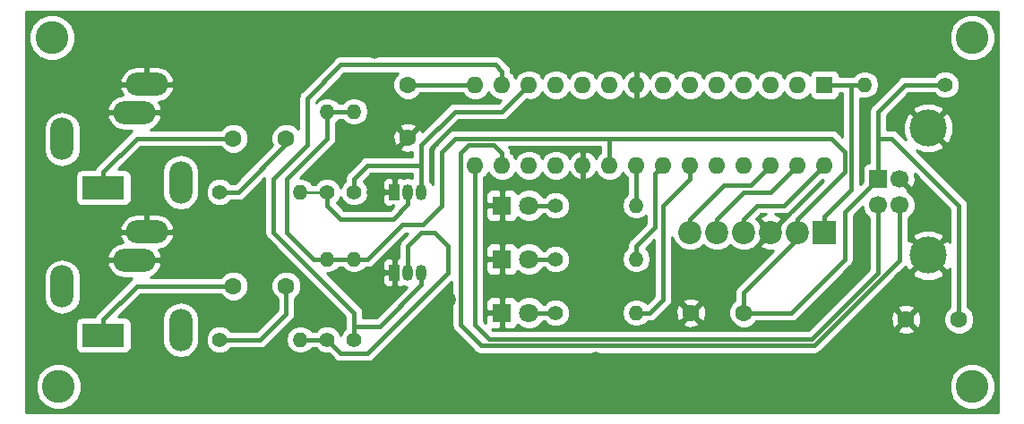
<source format=gbr>
G04 #@! TF.GenerationSoftware,KiCad,Pcbnew,(5.0.1)-3*
G04 #@! TF.CreationDate,2018-12-07T16:17:47+01:00*
G04 #@! TF.ProjectId,projet joystick,70726F6A6574206A6F79737469636B2E,rev?*
G04 #@! TF.SameCoordinates,Original*
G04 #@! TF.FileFunction,Copper,L2,Bot,Signal*
G04 #@! TF.FilePolarity,Positive*
%FSLAX46Y46*%
G04 Gerber Fmt 4.6, Leading zero omitted, Abs format (unit mm)*
G04 Created by KiCad (PCBNEW (5.0.1)-3) date 07/12/2018 16:17:47*
%MOMM*%
%LPD*%
G01*
G04 APERTURE LIST*
G04 #@! TA.AperFunction,ComponentPad*
%ADD10R,2.200000X2.200000*%
G04 #@! TD*
G04 #@! TA.AperFunction,ComponentPad*
%ADD11C,2.200000*%
G04 #@! TD*
G04 #@! TA.AperFunction,ComponentPad*
%ADD12R,4.000000X2.200000*%
G04 #@! TD*
G04 #@! TA.AperFunction,ComponentPad*
%ADD13O,2.200000X4.000000*%
G04 #@! TD*
G04 #@! TA.AperFunction,ComponentPad*
%ADD14O,4.000000X2.200000*%
G04 #@! TD*
G04 #@! TA.AperFunction,ComponentPad*
%ADD15R,1.700000X1.700000*%
G04 #@! TD*
G04 #@! TA.AperFunction,ComponentPad*
%ADD16C,1.700000*%
G04 #@! TD*
G04 #@! TA.AperFunction,ComponentPad*
%ADD17C,3.500000*%
G04 #@! TD*
G04 #@! TA.AperFunction,ComponentPad*
%ADD18R,1.050000X1.500000*%
G04 #@! TD*
G04 #@! TA.AperFunction,ComponentPad*
%ADD19O,1.050000X1.500000*%
G04 #@! TD*
G04 #@! TA.AperFunction,ComponentPad*
%ADD20C,1.600000*%
G04 #@! TD*
G04 #@! TA.AperFunction,ComponentPad*
%ADD21C,1.800000*%
G04 #@! TD*
G04 #@! TA.AperFunction,ComponentPad*
%ADD22R,1.800000X1.800000*%
G04 #@! TD*
G04 #@! TA.AperFunction,ComponentPad*
%ADD23C,1.400000*%
G04 #@! TD*
G04 #@! TA.AperFunction,ComponentPad*
%ADD24O,1.400000X1.400000*%
G04 #@! TD*
G04 #@! TA.AperFunction,ComponentPad*
%ADD25R,1.600000X1.600000*%
G04 #@! TD*
G04 #@! TA.AperFunction,ComponentPad*
%ADD26O,1.600000X1.600000*%
G04 #@! TD*
G04 #@! TA.AperFunction,ViaPad*
%ADD27C,3.100000*%
G04 #@! TD*
G04 #@! TA.AperFunction,ViaPad*
%ADD28C,1.500000*%
G04 #@! TD*
G04 #@! TA.AperFunction,Conductor*
%ADD29C,0.400000*%
G04 #@! TD*
G04 #@! TA.AperFunction,Conductor*
%ADD30C,0.250000*%
G04 #@! TD*
G04 #@! TA.AperFunction,Conductor*
%ADD31C,0.300000*%
G04 #@! TD*
G04 #@! TA.AperFunction,Conductor*
%ADD32C,0.254000*%
G04 #@! TD*
G04 APERTURE END LIST*
D10*
G04 #@! TO.P,J4,1*
G04 #@! TO.N,MCLR*
X105410000Y-57150000D03*
D11*
G04 #@! TO.P,J4,2*
G04 #@! TO.N,+5V*
X102870000Y-57150000D03*
G04 #@! TO.P,J4,3*
G04 #@! TO.N,GND*
X100330000Y-57150000D03*
G04 #@! TO.P,J4,4*
G04 #@! TO.N,Net-(J4-Pad4)*
X97790000Y-57150000D03*
G04 #@! TO.P,J4,5*
G04 #@! TO.N,Net-(J4-Pad5)*
X95250000Y-57150000D03*
G04 #@! TO.P,J4,6*
G04 #@! TO.N,Net-(J4-Pad6)*
X92710000Y-57150000D03*
G04 #@! TD*
D12*
G04 #@! TO.P,J2,T*
G04 #@! TO.N,Net-(C2-Pad1)*
X37261605Y-66901671D03*
D13*
G04 #@! TO.P,J2,4*
G04 #@! TO.N,N/C*
X44561605Y-66401671D03*
D14*
G04 #@! TO.P,J2,R*
G04 #@! TO.N,GND*
X40161605Y-59801671D03*
G04 #@! TO.P,J2,S*
X41361605Y-57101671D03*
D13*
G04 #@! TO.P,J2,3*
G04 #@! TO.N,N/C*
X33361605Y-62301671D03*
G04 #@! TD*
D15*
G04 #@! TO.P,J3,1*
G04 #@! TO.N,+5V*
X110490000Y-52070000D03*
D16*
G04 #@! TO.P,J3,2*
G04 #@! TO.N,D-*
X110490000Y-54570000D03*
G04 #@! TO.P,J3,3*
G04 #@! TO.N,D+*
X112490000Y-54570000D03*
G04 #@! TO.P,J3,4*
G04 #@! TO.N,GND*
X112490000Y-52070000D03*
D17*
G04 #@! TO.P,J3,5*
X115200000Y-47300000D03*
X115200000Y-59340000D03*
G04 #@! TD*
D18*
G04 #@! TO.P,Q2,1*
G04 #@! TO.N,GND*
X64770000Y-60960000D03*
D19*
G04 #@! TO.P,Q2,3*
G04 #@! TO.N,J2*
X67310000Y-60960000D03*
G04 #@! TO.P,Q2,2*
G04 #@! TO.N,Net-(Q2-Pad2)*
X66040000Y-60960000D03*
G04 #@! TD*
D20*
G04 #@! TO.P,C4,1*
G04 #@! TO.N,+5V*
X118110000Y-65405000D03*
G04 #@! TO.P,C4,2*
G04 #@! TO.N,GND*
X113110000Y-65405000D03*
G04 #@! TD*
D19*
G04 #@! TO.P,Q1,2*
G04 #@! TO.N,Net-(Q1-Pad2)*
X66040000Y-53340000D03*
G04 #@! TO.P,Q1,3*
G04 #@! TO.N,J1*
X67310000Y-53340000D03*
D18*
G04 #@! TO.P,Q1,1*
G04 #@! TO.N,GND*
X64770000Y-53340000D03*
G04 #@! TD*
D20*
G04 #@! TO.P,C2,2*
G04 #@! TO.N,Net-(C2-Pad2)*
X54530000Y-62230000D03*
G04 #@! TO.P,C2,1*
G04 #@! TO.N,Net-(C2-Pad1)*
X49530000Y-62230000D03*
G04 #@! TD*
G04 #@! TO.P,C3,2*
G04 #@! TO.N,GND*
X66040000Y-48180000D03*
G04 #@! TO.P,C3,1*
G04 #@! TO.N,Net-(C3-Pad1)*
X66040000Y-43180000D03*
G04 #@! TD*
G04 #@! TO.P,C5,1*
G04 #@! TO.N,+5V*
X97790000Y-64770000D03*
G04 #@! TO.P,C5,2*
G04 #@! TO.N,GND*
X92790000Y-64770000D03*
G04 #@! TD*
D21*
G04 #@! TO.P,D1,2*
G04 #@! TO.N,Net-(D1-Pad2)*
X77470000Y-54610000D03*
D22*
G04 #@! TO.P,D1,1*
G04 #@! TO.N,GND*
X74930000Y-54610000D03*
G04 #@! TD*
G04 #@! TO.P,D2,1*
G04 #@! TO.N,GND*
X74930000Y-59690000D03*
D21*
G04 #@! TO.P,D2,2*
G04 #@! TO.N,Net-(D2-Pad2)*
X77470000Y-59690000D03*
G04 #@! TD*
D22*
G04 #@! TO.P,D3,1*
G04 #@! TO.N,GND*
X74930000Y-64770000D03*
D21*
G04 #@! TO.P,D3,2*
G04 #@! TO.N,Net-(D3-Pad2)*
X77470000Y-64770000D03*
G04 #@! TD*
D13*
G04 #@! TO.P,J1,3*
G04 #@! TO.N,N/C*
X33361605Y-48331671D03*
D14*
G04 #@! TO.P,J1,S*
G04 #@! TO.N,GND*
X41361605Y-43131671D03*
G04 #@! TO.P,J1,R*
X40161605Y-45831671D03*
D13*
G04 #@! TO.P,J1,4*
G04 #@! TO.N,N/C*
X44561605Y-52431671D03*
D12*
G04 #@! TO.P,J1,T*
G04 #@! TO.N,Net-(C1-Pad1)*
X37261605Y-52931671D03*
G04 #@! TD*
D23*
G04 #@! TO.P,R1,1*
G04 #@! TO.N,Net-(C1-Pad2)*
X48260000Y-53340000D03*
D24*
G04 #@! TO.P,R1,2*
G04 #@! TO.N,Net-(Q1-Pad2)*
X55880000Y-53340000D03*
G04 #@! TD*
G04 #@! TO.P,R2,2*
G04 #@! TO.N,+5V*
X58420000Y-45720000D03*
D23*
G04 #@! TO.P,R2,1*
G04 #@! TO.N,Net-(Q1-Pad2)*
X58420000Y-53340000D03*
G04 #@! TD*
G04 #@! TO.P,R3,1*
G04 #@! TO.N,J1*
X60960000Y-53340000D03*
D24*
G04 #@! TO.P,R3,2*
G04 #@! TO.N,+5V*
X60960000Y-45720000D03*
G04 #@! TD*
D23*
G04 #@! TO.P,R4,1*
G04 #@! TO.N,Net-(C2-Pad2)*
X48260000Y-67310000D03*
D24*
G04 #@! TO.P,R4,2*
G04 #@! TO.N,Net-(Q2-Pad2)*
X55880000Y-67310000D03*
G04 #@! TD*
G04 #@! TO.P,R5,2*
G04 #@! TO.N,+5V*
X58420000Y-59690000D03*
D23*
G04 #@! TO.P,R5,1*
G04 #@! TO.N,Net-(Q2-Pad2)*
X58420000Y-67310000D03*
G04 #@! TD*
D24*
G04 #@! TO.P,R7,2*
G04 #@! TO.N,Net-(R7-Pad2)*
X87630000Y-54610000D03*
D23*
G04 #@! TO.P,R7,1*
G04 #@! TO.N,Net-(D1-Pad2)*
X80010000Y-54610000D03*
G04 #@! TD*
G04 #@! TO.P,R8,1*
G04 #@! TO.N,Net-(D2-Pad2)*
X80010000Y-59690000D03*
D24*
G04 #@! TO.P,R8,2*
G04 #@! TO.N,Net-(R8-Pad2)*
X87630000Y-59690000D03*
G04 #@! TD*
G04 #@! TO.P,R9,2*
G04 #@! TO.N,Net-(R9-Pad2)*
X87630000Y-64770000D03*
D23*
G04 #@! TO.P,R9,1*
G04 #@! TO.N,Net-(D3-Pad2)*
X80010000Y-64770000D03*
G04 #@! TD*
G04 #@! TO.P,R10,1*
G04 #@! TO.N,+5V*
X116840000Y-43180000D03*
D24*
G04 #@! TO.P,R10,2*
G04 #@! TO.N,MCLR*
X109220000Y-43180000D03*
G04 #@! TD*
D25*
G04 #@! TO.P,U1,1*
G04 #@! TO.N,MCLR*
X105410000Y-43180000D03*
D26*
G04 #@! TO.P,U1,15*
G04 #@! TO.N,D-*
X72390000Y-50800000D03*
G04 #@! TO.P,U1,2*
G04 #@! TO.N,Net-(U1-Pad2)*
X102870000Y-43180000D03*
G04 #@! TO.P,U1,16*
G04 #@! TO.N,D+*
X74930000Y-50800000D03*
G04 #@! TO.P,U1,3*
G04 #@! TO.N,Net-(U1-Pad3)*
X100330000Y-43180000D03*
G04 #@! TO.P,U1,17*
G04 #@! TO.N,Net-(U1-Pad17)*
X77470000Y-50800000D03*
G04 #@! TO.P,U1,4*
G04 #@! TO.N,Net-(U1-Pad4)*
X97790000Y-43180000D03*
G04 #@! TO.P,U1,18*
G04 #@! TO.N,Net-(U1-Pad18)*
X80010000Y-50800000D03*
G04 #@! TO.P,U1,5*
G04 #@! TO.N,Net-(U1-Pad5)*
X95250000Y-43180000D03*
G04 #@! TO.P,U1,19*
G04 #@! TO.N,GND*
X82550000Y-50800000D03*
G04 #@! TO.P,U1,6*
G04 #@! TO.N,Net-(U1-Pad6)*
X92710000Y-43180000D03*
G04 #@! TO.P,U1,20*
G04 #@! TO.N,+5V*
X85090000Y-50800000D03*
G04 #@! TO.P,U1,7*
G04 #@! TO.N,Net-(U1-Pad7)*
X90170000Y-43180000D03*
G04 #@! TO.P,U1,21*
G04 #@! TO.N,Net-(R7-Pad2)*
X87630000Y-50800000D03*
G04 #@! TO.P,U1,8*
G04 #@! TO.N,GND*
X87630000Y-43180000D03*
G04 #@! TO.P,U1,22*
G04 #@! TO.N,Net-(R8-Pad2)*
X90170000Y-50800000D03*
G04 #@! TO.P,U1,9*
G04 #@! TO.N,Net-(U1-Pad9)*
X85090000Y-43180000D03*
G04 #@! TO.P,U1,23*
G04 #@! TO.N,Net-(R9-Pad2)*
X92710000Y-50800000D03*
G04 #@! TO.P,U1,10*
G04 #@! TO.N,Net-(U1-Pad10)*
X82550000Y-43180000D03*
G04 #@! TO.P,U1,24*
G04 #@! TO.N,Net-(U1-Pad24)*
X95250000Y-50800000D03*
G04 #@! TO.P,U1,11*
G04 #@! TO.N,Net-(U1-Pad11)*
X80010000Y-43180000D03*
G04 #@! TO.P,U1,25*
G04 #@! TO.N,Net-(U1-Pad25)*
X97790000Y-50800000D03*
G04 #@! TO.P,U1,12*
G04 #@! TO.N,J1*
X77470000Y-43180000D03*
G04 #@! TO.P,U1,26*
G04 #@! TO.N,Net-(J4-Pad6)*
X100330000Y-50800000D03*
G04 #@! TO.P,U1,13*
G04 #@! TO.N,J2*
X74930000Y-43180000D03*
G04 #@! TO.P,U1,27*
G04 #@! TO.N,Net-(J4-Pad5)*
X102870000Y-50800000D03*
G04 #@! TO.P,U1,14*
G04 #@! TO.N,Net-(C3-Pad1)*
X72390000Y-43180000D03*
G04 #@! TO.P,U1,28*
G04 #@! TO.N,Net-(J4-Pad4)*
X105410000Y-50800000D03*
G04 #@! TD*
D23*
G04 #@! TO.P,R6,1*
G04 #@! TO.N,J2*
X60960000Y-67310000D03*
D24*
G04 #@! TO.P,R6,2*
G04 #@! TO.N,+5V*
X60960000Y-59690000D03*
G04 #@! TD*
D20*
G04 #@! TO.P,C1,1*
G04 #@! TO.N,Net-(C1-Pad1)*
X49530000Y-48260000D03*
G04 #@! TO.P,C1,2*
G04 #@! TO.N,Net-(C1-Pad2)*
X54530000Y-48260000D03*
G04 #@! TD*
D27*
G04 #@! TO.N,*
X33020000Y-71755000D03*
X32385000Y-38735000D03*
X119380000Y-38735000D03*
X119380000Y-71755000D03*
D28*
G04 #@! TO.N,GND*
X62865000Y-40005000D03*
X62865000Y-43815000D03*
X62865000Y-48260000D03*
X62865000Y-53340000D03*
X83820000Y-69215000D03*
X83820000Y-62865000D03*
X62865000Y-63500000D03*
X69850000Y-63500000D03*
G04 #@! TD*
D29*
G04 #@! TO.N,Net-(C1-Pad1)*
X37261605Y-51431671D02*
X37261605Y-52931671D01*
X40433276Y-48260000D02*
X37261605Y-51431671D01*
X49530000Y-48260000D02*
X40433276Y-48260000D01*
G04 #@! TO.N,Net-(C1-Pad2)*
X54530000Y-48815000D02*
X54530000Y-48260000D01*
X50005000Y-53340000D02*
X48260000Y-53340000D01*
X54530000Y-48815000D02*
X50005000Y-53340000D01*
G04 #@! TO.N,Net-(C2-Pad2)*
X54530000Y-64850000D02*
X52070000Y-67310000D01*
X54530000Y-62230000D02*
X54530000Y-64850000D01*
X48260000Y-67310000D02*
X52070000Y-67310000D01*
G04 #@! TO.N,Net-(C2-Pad1)*
X37261605Y-65401671D02*
X37261605Y-66901671D01*
X40433276Y-62230000D02*
X37261605Y-65401671D01*
X49530000Y-62230000D02*
X40433276Y-62230000D01*
G04 #@! TO.N,Net-(C3-Pad1)*
X72390000Y-43180000D02*
X66040000Y-43180000D01*
D30*
G04 #@! TO.N,GND*
X41361605Y-57251671D02*
X41361605Y-57101671D01*
G04 #@! TO.N,+5V*
X85090000Y-48260000D02*
X82550000Y-48260000D01*
X110490000Y-48260000D02*
X110490000Y-45720000D01*
X110490000Y-48260000D02*
X110490000Y-52070000D01*
X97790000Y-64770000D02*
X101600000Y-64770000D01*
D31*
X110490000Y-45720000D02*
X110490000Y-52140000D01*
D29*
X110490000Y-52070000D02*
X107315000Y-55245000D01*
X107315000Y-55245000D02*
X107315000Y-59690000D01*
X107315000Y-59690000D02*
X102235000Y-64770000D01*
X102235000Y-64770000D02*
X97790000Y-64770000D01*
X102870000Y-57150000D02*
X102870000Y-57785000D01*
X97790000Y-62865000D02*
X97790000Y-64770000D01*
X102870000Y-57785000D02*
X97790000Y-62865000D01*
X110490000Y-45720000D02*
X110490000Y-52070000D01*
X111760000Y-48260000D02*
X118110000Y-54610000D01*
X110490000Y-48260000D02*
X111760000Y-48260000D01*
X118110000Y-54610000D02*
X118110000Y-65405000D01*
X85090000Y-50800000D02*
X85090000Y-48260000D01*
X102870000Y-55880000D02*
X102870000Y-57150000D01*
X107315000Y-51435000D02*
X102870000Y-55880000D01*
X107315000Y-49530000D02*
X107315000Y-51435000D01*
X85090000Y-48260000D02*
X106045000Y-48260000D01*
X106045000Y-48260000D02*
X107315000Y-49530000D01*
X62230000Y-59690000D02*
X60960000Y-59690000D01*
X70485000Y-48260000D02*
X69215000Y-49530000D01*
X85090000Y-48260000D02*
X70485000Y-48260000D01*
X69215000Y-49530000D02*
X69215000Y-54608590D01*
X69215000Y-54608590D02*
X67418581Y-56405009D01*
X67418581Y-56405009D02*
X65514991Y-56405009D01*
X65514991Y-56405009D02*
X62230000Y-59690000D01*
X58420000Y-45720000D02*
X60960000Y-45720000D01*
X58420000Y-59690000D02*
X60960000Y-59690000D01*
X54610000Y-52070000D02*
X54610000Y-57150000D01*
X58420000Y-48260000D02*
X54610000Y-52070000D01*
X54610000Y-57150000D02*
X57150000Y-59690000D01*
X57150000Y-59690000D02*
X58420000Y-59690000D01*
X113030000Y-43180000D02*
X110490000Y-45720000D01*
X116840000Y-43180000D02*
X113030000Y-43180000D01*
X58420000Y-45720000D02*
X58420000Y-48260000D01*
G04 #@! TO.N,Net-(D1-Pad2)*
X77470000Y-54610000D02*
X80010000Y-54610000D01*
G04 #@! TO.N,Net-(D2-Pad2)*
X77470000Y-59690000D02*
X80010000Y-59690000D01*
G04 #@! TO.N,Net-(D3-Pad2)*
X77470000Y-64770000D02*
X80010000Y-64770000D01*
G04 #@! TO.N,D-*
X110490000Y-60960000D02*
X104215000Y-67235000D01*
X110490000Y-54570000D02*
X110490000Y-60960000D01*
X104215000Y-67235000D02*
X73691066Y-67235000D01*
X72390000Y-65933934D02*
X72390000Y-50800000D01*
X73691066Y-67235000D02*
X72390000Y-65933934D01*
G04 #@! TO.N,D+*
X112490000Y-55772081D02*
X112490000Y-54570000D01*
X112490000Y-59808542D02*
X112490000Y-55772081D01*
X104463533Y-67835009D02*
X112490000Y-59808542D01*
X73442534Y-67835010D02*
X104463533Y-67835009D01*
X74930000Y-49668630D02*
X74156370Y-48895000D01*
X74930000Y-50800000D02*
X74930000Y-49668630D01*
X74156370Y-48895000D02*
X71755000Y-48895000D01*
X71000001Y-49649999D02*
X71000001Y-65920001D01*
X71755000Y-48895000D02*
X71000001Y-49649999D01*
X72915010Y-67835010D02*
X73442534Y-67835010D01*
X71000001Y-65920001D02*
X72915010Y-67835010D01*
D30*
G04 #@! TO.N,MCLR*
X107950000Y-43180000D02*
X109220000Y-43180000D01*
D29*
X109220000Y-43180000D02*
X105410000Y-43180000D01*
X105410000Y-55650000D02*
X105410000Y-57150000D01*
X107950000Y-53110000D02*
X105410000Y-55650000D01*
X107950000Y-43180000D02*
X107950000Y-53110000D01*
G04 #@! TO.N,Net-(J4-Pad4)*
X101600000Y-54610000D02*
X99060000Y-54610000D01*
X99060000Y-54610000D02*
X97790000Y-55880000D01*
X97790000Y-55880000D02*
X97790000Y-57150000D01*
X101600000Y-54610000D02*
X105410000Y-50800000D01*
G04 #@! TO.N,Net-(J4-Pad5)*
X102870000Y-50800000D02*
X100330000Y-53340000D01*
X100330000Y-53340000D02*
X97790000Y-53340000D01*
X97790000Y-53340000D02*
X95250000Y-55880000D01*
X95250000Y-55880000D02*
X95250000Y-57150000D01*
G04 #@! TO.N,Net-(J4-Pad6)*
X99530001Y-51599999D02*
X98425000Y-52705000D01*
X100330000Y-50800000D02*
X99530001Y-51599999D01*
X92710000Y-57150000D02*
X92710000Y-55880000D01*
X95885000Y-52705000D02*
X98425000Y-52705000D01*
X92710000Y-55880000D02*
X95885000Y-52705000D01*
D30*
G04 #@! TO.N,Net-(Q1-Pad2)*
X55880000Y-53340000D02*
X58420000Y-53340000D01*
D29*
X66040000Y-54490000D02*
X64650000Y-55880000D01*
X66040000Y-53340000D02*
X66040000Y-54490000D01*
X59690000Y-55880000D02*
X58420000Y-54610000D01*
X64650000Y-55880000D02*
X59690000Y-55880000D01*
X58420000Y-53340000D02*
X58420000Y-54610000D01*
D30*
G04 #@! TO.N,J1*
X66040000Y-50800000D02*
X62230000Y-50800000D01*
X67310000Y-53340000D02*
X67310000Y-52070000D01*
X67310000Y-50800000D02*
X64770000Y-50800000D01*
X67310000Y-52070000D02*
X67310000Y-50800000D01*
X72390000Y-45720000D02*
X74930000Y-45720000D01*
D29*
X74930000Y-45720000D02*
X70485000Y-45720000D01*
X67310000Y-48895000D02*
X67310000Y-53340000D01*
X70485000Y-45720000D02*
X67310000Y-48895000D01*
X74930000Y-45720000D02*
X77470000Y-43180000D01*
X67310000Y-50800000D02*
X62230000Y-50800000D01*
X60960000Y-52070000D02*
X60960000Y-53340000D01*
X62230000Y-50800000D02*
X60960000Y-52070000D01*
D30*
G04 #@! TO.N,J2*
X60960000Y-64770000D02*
X60960000Y-66040000D01*
X60960000Y-66040000D02*
X60960000Y-67310000D01*
D29*
X60960000Y-67310000D02*
X60960000Y-64770000D01*
X63380000Y-66040000D02*
X60960000Y-66040000D01*
X67310000Y-62110000D02*
X63380000Y-66040000D01*
X67310000Y-60960000D02*
X67310000Y-62110000D01*
X74930000Y-41910000D02*
X74930000Y-43180000D01*
X74295000Y-41275000D02*
X74930000Y-41910000D01*
X53340000Y-57150000D02*
X53340000Y-52070000D01*
X60960000Y-64770000D02*
X53340000Y-57150000D01*
X53340000Y-52070000D02*
X56515000Y-48895000D01*
X56515000Y-48895000D02*
X56515000Y-44450000D01*
X56515000Y-44450000D02*
X59690000Y-41275000D01*
X59690000Y-41275000D02*
X74295000Y-41275000D01*
G04 #@! TO.N,Net-(Q2-Pad2)*
X59690000Y-68580000D02*
X58420000Y-67310000D01*
X62230000Y-68580000D02*
X59690000Y-68580000D01*
X66040000Y-58420000D02*
X67310000Y-57150000D01*
X66040000Y-60960000D02*
X66040000Y-58420000D01*
X67310000Y-57150000D02*
X68580000Y-57150000D01*
X68580000Y-57150000D02*
X69850000Y-58420000D01*
X69850000Y-58420000D02*
X69850000Y-60960000D01*
X69850000Y-60960000D02*
X62230000Y-68580000D01*
X58420000Y-67310000D02*
X55880000Y-67310000D01*
G04 #@! TO.N,Net-(R7-Pad2)*
X87630000Y-50800000D02*
X87630000Y-54610000D01*
G04 #@! TO.N,Net-(R8-Pad2)*
X89370001Y-51599999D02*
X89370001Y-56679999D01*
X90170000Y-50800000D02*
X89370001Y-51599999D01*
X89370001Y-56679999D02*
X87630000Y-58420000D01*
X87630000Y-58420000D02*
X87630000Y-59690000D01*
G04 #@! TO.N,Net-(R9-Pad2)*
X90170000Y-63500000D02*
X88900000Y-64770000D01*
X90170000Y-54610000D02*
X90170000Y-63500000D01*
X92710000Y-50800000D02*
X92710000Y-52070000D01*
X92710000Y-52070000D02*
X90170000Y-54610000D01*
X88900000Y-64770000D02*
X87630000Y-64770000D01*
G04 #@! TD*
D32*
G04 #@! TO.N,GND*
G36*
X121845001Y-74220000D02*
X29920000Y-74220000D01*
X29920000Y-71320376D01*
X30835000Y-71320376D01*
X30835000Y-72189624D01*
X31167646Y-72992703D01*
X31782297Y-73607354D01*
X32585376Y-73940000D01*
X33454624Y-73940000D01*
X34257703Y-73607354D01*
X34872354Y-72992703D01*
X35205000Y-72189624D01*
X35205000Y-71320376D01*
X117195000Y-71320376D01*
X117195000Y-72189624D01*
X117527646Y-72992703D01*
X118142297Y-73607354D01*
X118945376Y-73940000D01*
X119814624Y-73940000D01*
X120617703Y-73607354D01*
X121232354Y-72992703D01*
X121565000Y-72189624D01*
X121565000Y-71320376D01*
X121232354Y-70517297D01*
X120617703Y-69902646D01*
X119814624Y-69570000D01*
X118945376Y-69570000D01*
X118142297Y-69902646D01*
X117527646Y-70517297D01*
X117195000Y-71320376D01*
X35205000Y-71320376D01*
X34872354Y-70517297D01*
X34257703Y-69902646D01*
X33454624Y-69570000D01*
X32585376Y-69570000D01*
X31782297Y-69902646D01*
X31167646Y-70517297D01*
X30835000Y-71320376D01*
X29920000Y-71320376D01*
X29920000Y-65801671D01*
X34614165Y-65801671D01*
X34614165Y-68001671D01*
X34663448Y-68249436D01*
X34803796Y-68459480D01*
X35013840Y-68599828D01*
X35261605Y-68649111D01*
X39261605Y-68649111D01*
X39509370Y-68599828D01*
X39719414Y-68459480D01*
X39859762Y-68249436D01*
X39909045Y-68001671D01*
X39909045Y-65801671D01*
X39859762Y-65553906D01*
X39719414Y-65343862D01*
X39699854Y-65330792D01*
X42826605Y-65330792D01*
X42826606Y-67472551D01*
X42927272Y-67978634D01*
X43310741Y-68552536D01*
X43884643Y-68936005D01*
X44561605Y-69070661D01*
X45238568Y-68936005D01*
X45812470Y-68552536D01*
X46195939Y-67978634D01*
X46296605Y-67472551D01*
X46296605Y-67044452D01*
X46925000Y-67044452D01*
X46925000Y-67575548D01*
X47128242Y-68066217D01*
X47503783Y-68441758D01*
X47994452Y-68645000D01*
X48525548Y-68645000D01*
X49016217Y-68441758D01*
X49312975Y-68145000D01*
X51987767Y-68145000D01*
X52070000Y-68161357D01*
X52152233Y-68145000D01*
X52152237Y-68145000D01*
X52395801Y-68096552D01*
X52672001Y-67912001D01*
X52718587Y-67842280D01*
X55062285Y-65498583D01*
X55132001Y-65452001D01*
X55185456Y-65372001D01*
X55316552Y-65175801D01*
X55365000Y-64932237D01*
X55365000Y-64932234D01*
X55381357Y-64850001D01*
X55365000Y-64767768D01*
X55365000Y-63424396D01*
X55746534Y-63042862D01*
X55965000Y-62515439D01*
X55965000Y-61944561D01*
X55746534Y-61417138D01*
X55342862Y-61013466D01*
X54815439Y-60795000D01*
X54244561Y-60795000D01*
X53717138Y-61013466D01*
X53313466Y-61417138D01*
X53095000Y-61944561D01*
X53095000Y-62515439D01*
X53313466Y-63042862D01*
X53695000Y-63424396D01*
X53695001Y-64504130D01*
X51724133Y-66475000D01*
X49312975Y-66475000D01*
X49016217Y-66178242D01*
X48525548Y-65975000D01*
X47994452Y-65975000D01*
X47503783Y-66178242D01*
X47128242Y-66553783D01*
X46925000Y-67044452D01*
X46296605Y-67044452D01*
X46296605Y-65330791D01*
X46195939Y-64824708D01*
X45812470Y-64250806D01*
X45238567Y-63867337D01*
X44561605Y-63732681D01*
X43884642Y-63867337D01*
X43310740Y-64250806D01*
X42927271Y-64824709D01*
X42826605Y-65330792D01*
X39699854Y-65330792D01*
X39509370Y-65203514D01*
X39261605Y-65154231D01*
X38689912Y-65154231D01*
X40779144Y-63065000D01*
X48335604Y-63065000D01*
X48717138Y-63446534D01*
X49244561Y-63665000D01*
X49815439Y-63665000D01*
X50342862Y-63446534D01*
X50746534Y-63042862D01*
X50965000Y-62515439D01*
X50965000Y-61944561D01*
X50746534Y-61417138D01*
X50342862Y-61013466D01*
X49815439Y-60795000D01*
X49244561Y-60795000D01*
X48717138Y-61013466D01*
X48335604Y-61395000D01*
X41701660Y-61395000D01*
X41842893Y-61356001D01*
X42378237Y-60938699D01*
X42713136Y-60348295D01*
X42750780Y-60197793D01*
X42632730Y-59928671D01*
X40288605Y-59928671D01*
X40288605Y-59948671D01*
X40034605Y-59948671D01*
X40034605Y-59928671D01*
X37690480Y-59928671D01*
X37572430Y-60197793D01*
X37610074Y-60348295D01*
X37944973Y-60938699D01*
X38480317Y-61356001D01*
X39134605Y-61536671D01*
X39967957Y-61536671D01*
X39831275Y-61627999D01*
X39784691Y-61697717D01*
X36729325Y-64753084D01*
X36659604Y-64799670D01*
X36475053Y-65075871D01*
X36459466Y-65154231D01*
X35261605Y-65154231D01*
X35013840Y-65203514D01*
X34803796Y-65343862D01*
X34663448Y-65553906D01*
X34614165Y-65801671D01*
X29920000Y-65801671D01*
X29920000Y-61230792D01*
X31626605Y-61230792D01*
X31626606Y-63372551D01*
X31727272Y-63878634D01*
X32110741Y-64452536D01*
X32684643Y-64836005D01*
X33361605Y-64970661D01*
X34038568Y-64836005D01*
X34612470Y-64452536D01*
X34995939Y-63878634D01*
X35096605Y-63372551D01*
X35096605Y-61230791D01*
X34995939Y-60724708D01*
X34612470Y-60150806D01*
X34038567Y-59767337D01*
X33361605Y-59632681D01*
X32684642Y-59767337D01*
X32110740Y-60150806D01*
X31727271Y-60724709D01*
X31626605Y-61230792D01*
X29920000Y-61230792D01*
X29920000Y-59405549D01*
X37572430Y-59405549D01*
X37690480Y-59674671D01*
X40034605Y-59674671D01*
X40034605Y-59654671D01*
X40288605Y-59654671D01*
X40288605Y-59674671D01*
X42632730Y-59674671D01*
X42750780Y-59405549D01*
X42713136Y-59255047D01*
X42464007Y-58815850D01*
X43042893Y-58656001D01*
X43578237Y-58238699D01*
X43913136Y-57648295D01*
X43950780Y-57497793D01*
X43832730Y-57228671D01*
X41488605Y-57228671D01*
X41488605Y-57248671D01*
X41234605Y-57248671D01*
X41234605Y-57228671D01*
X38890480Y-57228671D01*
X38772430Y-57497793D01*
X38810074Y-57648295D01*
X39059203Y-58087492D01*
X38480317Y-58247341D01*
X37944973Y-58664643D01*
X37610074Y-59255047D01*
X37572430Y-59405549D01*
X29920000Y-59405549D01*
X29920000Y-56705549D01*
X38772430Y-56705549D01*
X38890480Y-56974671D01*
X41234605Y-56974671D01*
X41234605Y-55366671D01*
X41488605Y-55366671D01*
X41488605Y-56974671D01*
X43832730Y-56974671D01*
X43950780Y-56705549D01*
X43913136Y-56555047D01*
X43578237Y-55964643D01*
X43042893Y-55547341D01*
X42388605Y-55366671D01*
X41488605Y-55366671D01*
X41234605Y-55366671D01*
X40334605Y-55366671D01*
X39680317Y-55547341D01*
X39144973Y-55964643D01*
X38810074Y-56555047D01*
X38772430Y-56705549D01*
X29920000Y-56705549D01*
X29920000Y-51831671D01*
X34614165Y-51831671D01*
X34614165Y-54031671D01*
X34663448Y-54279436D01*
X34803796Y-54489480D01*
X35013840Y-54629828D01*
X35261605Y-54679111D01*
X39261605Y-54679111D01*
X39509370Y-54629828D01*
X39719414Y-54489480D01*
X39859762Y-54279436D01*
X39909045Y-54031671D01*
X39909045Y-51831671D01*
X39859762Y-51583906D01*
X39719414Y-51373862D01*
X39699854Y-51360792D01*
X42826605Y-51360792D01*
X42826606Y-53502551D01*
X42927272Y-54008634D01*
X43310741Y-54582536D01*
X43884643Y-54966005D01*
X44561605Y-55100661D01*
X45238568Y-54966005D01*
X45812470Y-54582536D01*
X46195939Y-54008634D01*
X46296605Y-53502551D01*
X46296605Y-53074452D01*
X46925000Y-53074452D01*
X46925000Y-53605548D01*
X47128242Y-54096217D01*
X47503783Y-54471758D01*
X47994452Y-54675000D01*
X48525548Y-54675000D01*
X49016217Y-54471758D01*
X49312975Y-54175000D01*
X49922767Y-54175000D01*
X50005000Y-54191357D01*
X50087233Y-54175000D01*
X50087237Y-54175000D01*
X50330801Y-54126552D01*
X50607001Y-53942001D01*
X50653587Y-53872280D01*
X52496781Y-52029087D01*
X52488643Y-52070000D01*
X52505001Y-52152237D01*
X52505000Y-57067767D01*
X52488643Y-57150000D01*
X52505000Y-57232233D01*
X52505000Y-57232236D01*
X52553448Y-57475800D01*
X52737999Y-57752001D01*
X52807720Y-57798587D01*
X60125001Y-65115870D01*
X60125001Y-65957760D01*
X60108642Y-66040000D01*
X60125000Y-66122239D01*
X60125000Y-66257025D01*
X59828242Y-66553783D01*
X59690000Y-66887528D01*
X59551758Y-66553783D01*
X59176217Y-66178242D01*
X58685548Y-65975000D01*
X58154452Y-65975000D01*
X57663783Y-66178242D01*
X57367025Y-66475000D01*
X56927661Y-66475000D01*
X56842481Y-66347519D01*
X56400891Y-66052458D01*
X56011485Y-65975000D01*
X55748515Y-65975000D01*
X55359109Y-66052458D01*
X54917519Y-66347519D01*
X54622458Y-66789109D01*
X54518846Y-67310000D01*
X54622458Y-67830891D01*
X54917519Y-68272481D01*
X55359109Y-68567542D01*
X55748515Y-68645000D01*
X56011485Y-68645000D01*
X56400891Y-68567542D01*
X56842481Y-68272481D01*
X56927661Y-68145000D01*
X57367025Y-68145000D01*
X57663783Y-68441758D01*
X58154452Y-68645000D01*
X58574132Y-68645000D01*
X59041415Y-69112282D01*
X59087999Y-69182001D01*
X59364199Y-69366552D01*
X59607763Y-69415000D01*
X59607766Y-69415000D01*
X59689999Y-69431357D01*
X59772232Y-69415000D01*
X62147767Y-69415000D01*
X62230000Y-69431357D01*
X62312233Y-69415000D01*
X62312237Y-69415000D01*
X62555801Y-69366552D01*
X62832001Y-69182001D01*
X62878587Y-69112280D01*
X70165002Y-61825867D01*
X70165002Y-65837763D01*
X70148644Y-65920001D01*
X70213449Y-66245801D01*
X70253005Y-66305000D01*
X70398001Y-66522002D01*
X70467719Y-66568586D01*
X72266425Y-68367293D01*
X72313009Y-68437011D01*
X72589209Y-68621562D01*
X72832773Y-68670010D01*
X72915010Y-68686368D01*
X72997247Y-68670010D01*
X73524771Y-68670010D01*
X104381295Y-68670008D01*
X104463533Y-68686366D01*
X104789333Y-68621561D01*
X104995816Y-68483593D01*
X105065534Y-68437009D01*
X105112118Y-68367291D01*
X107066664Y-66412745D01*
X112281861Y-66412745D01*
X112355995Y-66658864D01*
X112893223Y-66851965D01*
X113463454Y-66824778D01*
X113864005Y-66658864D01*
X113938139Y-66412745D01*
X113110000Y-65584605D01*
X112281861Y-66412745D01*
X107066664Y-66412745D01*
X108291186Y-65188223D01*
X111663035Y-65188223D01*
X111690222Y-65758454D01*
X111856136Y-66159005D01*
X112102255Y-66233139D01*
X112930395Y-65405000D01*
X113289605Y-65405000D01*
X114117745Y-66233139D01*
X114363864Y-66159005D01*
X114556965Y-65621777D01*
X114529778Y-65051546D01*
X114363864Y-64650995D01*
X114117745Y-64576861D01*
X113289605Y-65405000D01*
X112930395Y-65405000D01*
X112102255Y-64576861D01*
X111856136Y-64650995D01*
X111663035Y-65188223D01*
X108291186Y-65188223D01*
X109082154Y-64397255D01*
X112281861Y-64397255D01*
X113110000Y-65225395D01*
X113938139Y-64397255D01*
X113864005Y-64151136D01*
X113326777Y-63958035D01*
X112756546Y-63985222D01*
X112355995Y-64151136D01*
X112281861Y-64397255D01*
X109082154Y-64397255D01*
X112444882Y-61034528D01*
X113685077Y-61034528D01*
X113875364Y-61379271D01*
X114756591Y-61730956D01*
X115705323Y-61718641D01*
X116524636Y-61379271D01*
X116714923Y-61034528D01*
X115200000Y-59519605D01*
X113685077Y-61034528D01*
X112444882Y-61034528D01*
X113022286Y-60457125D01*
X113063397Y-60429655D01*
X113160729Y-60664636D01*
X113505472Y-60854923D01*
X115020395Y-59340000D01*
X113505472Y-57825077D01*
X113325000Y-57924692D01*
X113325000Y-57645472D01*
X113685077Y-57645472D01*
X115200000Y-59160395D01*
X116714923Y-57645472D01*
X116524636Y-57300729D01*
X115643409Y-56949044D01*
X114694677Y-56961359D01*
X113875364Y-57300729D01*
X113685077Y-57645472D01*
X113325000Y-57645472D01*
X113325000Y-55831484D01*
X113331185Y-55828922D01*
X113748922Y-55411185D01*
X113975000Y-54865385D01*
X113975000Y-54274615D01*
X113748922Y-53728815D01*
X113331185Y-53311078D01*
X113296037Y-53296519D01*
X113354353Y-53113958D01*
X112490000Y-52249605D01*
X112475858Y-52263748D01*
X112296253Y-52084143D01*
X112310395Y-52070000D01*
X112296253Y-52055858D01*
X112475858Y-51876253D01*
X112490000Y-51890395D01*
X112504143Y-51876253D01*
X112683748Y-52055858D01*
X112669605Y-52070000D01*
X113533958Y-52934353D01*
X113785259Y-52854080D01*
X113986718Y-52298721D01*
X113960315Y-51708542D01*
X113912684Y-51593552D01*
X117275000Y-54955868D01*
X117275000Y-58101622D01*
X117239271Y-58015364D01*
X116894528Y-57825077D01*
X115379605Y-59340000D01*
X116894528Y-60854923D01*
X117239271Y-60664636D01*
X117275001Y-60575107D01*
X117275001Y-64210603D01*
X116893466Y-64592138D01*
X116675000Y-65119561D01*
X116675000Y-65690439D01*
X116893466Y-66217862D01*
X117297138Y-66621534D01*
X117824561Y-66840000D01*
X118395439Y-66840000D01*
X118922862Y-66621534D01*
X119326534Y-66217862D01*
X119545000Y-65690439D01*
X119545000Y-65119561D01*
X119326534Y-64592138D01*
X118945000Y-64210604D01*
X118945000Y-54692232D01*
X118961357Y-54609999D01*
X118945000Y-54527764D01*
X118945000Y-54527763D01*
X118896552Y-54284199D01*
X118712001Y-54007999D01*
X118642283Y-53961415D01*
X114116287Y-49435420D01*
X114756591Y-49690956D01*
X115705323Y-49678641D01*
X116524636Y-49339271D01*
X116714923Y-48994528D01*
X115200000Y-47479605D01*
X115185858Y-47493748D01*
X115006253Y-47314143D01*
X115020395Y-47300000D01*
X115379605Y-47300000D01*
X116894528Y-48814923D01*
X117239271Y-48624636D01*
X117590956Y-47743409D01*
X117578641Y-46794677D01*
X117239271Y-45975364D01*
X116894528Y-45785077D01*
X115379605Y-47300000D01*
X115020395Y-47300000D01*
X113505472Y-45785077D01*
X113160729Y-45975364D01*
X112809044Y-46856591D01*
X112821359Y-47805323D01*
X113058359Y-48377491D01*
X112408587Y-47727720D01*
X112362001Y-47657999D01*
X112085801Y-47473448D01*
X111842237Y-47425000D01*
X111842233Y-47425000D01*
X111760000Y-47408643D01*
X111677767Y-47425000D01*
X111325000Y-47425000D01*
X111325000Y-46065867D01*
X111785395Y-45605472D01*
X113685077Y-45605472D01*
X115200000Y-47120395D01*
X116714923Y-45605472D01*
X116524636Y-45260729D01*
X115643409Y-44909044D01*
X114694677Y-44921359D01*
X113875364Y-45260729D01*
X113685077Y-45605472D01*
X111785395Y-45605472D01*
X113375869Y-44015000D01*
X115787025Y-44015000D01*
X116083783Y-44311758D01*
X116574452Y-44515000D01*
X117105548Y-44515000D01*
X117596217Y-44311758D01*
X117971758Y-43936217D01*
X118175000Y-43445548D01*
X118175000Y-42914452D01*
X117971758Y-42423783D01*
X117596217Y-42048242D01*
X117105548Y-41845000D01*
X116574452Y-41845000D01*
X116083783Y-42048242D01*
X115787025Y-42345000D01*
X113112232Y-42345000D01*
X113029999Y-42328643D01*
X112947766Y-42345000D01*
X112947763Y-42345000D01*
X112704199Y-42393448D01*
X112427999Y-42577999D01*
X112381417Y-42647715D01*
X109957720Y-45071413D01*
X109887999Y-45117999D01*
X109703448Y-45394200D01*
X109655000Y-45637764D01*
X109655000Y-45637767D01*
X109638643Y-45720000D01*
X109655000Y-45802233D01*
X109655000Y-48177761D01*
X109638642Y-48260000D01*
X109655000Y-48342237D01*
X109655001Y-50572560D01*
X109640000Y-50572560D01*
X109392235Y-50621843D01*
X109182191Y-50762191D01*
X109041843Y-50972235D01*
X108992560Y-51220000D01*
X108992560Y-52386572D01*
X108785000Y-52594132D01*
X108785000Y-44454627D01*
X109088515Y-44515000D01*
X109351485Y-44515000D01*
X109740891Y-44437542D01*
X110182481Y-44142481D01*
X110477542Y-43700891D01*
X110581154Y-43180000D01*
X110477542Y-42659109D01*
X110182481Y-42217519D01*
X109740891Y-41922458D01*
X109351485Y-41845000D01*
X109088515Y-41845000D01*
X108699109Y-41922458D01*
X108257519Y-42217519D01*
X108172339Y-42345000D01*
X108032237Y-42345000D01*
X107950000Y-42328642D01*
X107867763Y-42345000D01*
X106850478Y-42345000D01*
X106808157Y-42132235D01*
X106667809Y-41922191D01*
X106457765Y-41781843D01*
X106210000Y-41732560D01*
X104610000Y-41732560D01*
X104362235Y-41781843D01*
X104152191Y-41922191D01*
X104011843Y-42132235D01*
X103985215Y-42266106D01*
X103904577Y-42145423D01*
X103429909Y-41828260D01*
X103011333Y-41745000D01*
X102728667Y-41745000D01*
X102310091Y-41828260D01*
X101835423Y-42145423D01*
X101600000Y-42497758D01*
X101364577Y-42145423D01*
X100889909Y-41828260D01*
X100471333Y-41745000D01*
X100188667Y-41745000D01*
X99770091Y-41828260D01*
X99295423Y-42145423D01*
X99060000Y-42497758D01*
X98824577Y-42145423D01*
X98349909Y-41828260D01*
X97931333Y-41745000D01*
X97648667Y-41745000D01*
X97230091Y-41828260D01*
X96755423Y-42145423D01*
X96520000Y-42497758D01*
X96284577Y-42145423D01*
X95809909Y-41828260D01*
X95391333Y-41745000D01*
X95108667Y-41745000D01*
X94690091Y-41828260D01*
X94215423Y-42145423D01*
X93980000Y-42497758D01*
X93744577Y-42145423D01*
X93269909Y-41828260D01*
X92851333Y-41745000D01*
X92568667Y-41745000D01*
X92150091Y-41828260D01*
X91675423Y-42145423D01*
X91440000Y-42497758D01*
X91204577Y-42145423D01*
X90729909Y-41828260D01*
X90311333Y-41745000D01*
X90028667Y-41745000D01*
X89610091Y-41828260D01*
X89135423Y-42145423D01*
X88879053Y-42529108D01*
X88782389Y-42324866D01*
X88367423Y-41948959D01*
X87979039Y-41788096D01*
X87757000Y-41910085D01*
X87757000Y-43053000D01*
X87777000Y-43053000D01*
X87777000Y-43307000D01*
X87757000Y-43307000D01*
X87757000Y-44449915D01*
X87979039Y-44571904D01*
X88367423Y-44411041D01*
X88782389Y-44035134D01*
X88879053Y-43830892D01*
X89135423Y-44214577D01*
X89610091Y-44531740D01*
X90028667Y-44615000D01*
X90311333Y-44615000D01*
X90729909Y-44531740D01*
X91204577Y-44214577D01*
X91440000Y-43862242D01*
X91675423Y-44214577D01*
X92150091Y-44531740D01*
X92568667Y-44615000D01*
X92851333Y-44615000D01*
X93269909Y-44531740D01*
X93744577Y-44214577D01*
X93980000Y-43862242D01*
X94215423Y-44214577D01*
X94690091Y-44531740D01*
X95108667Y-44615000D01*
X95391333Y-44615000D01*
X95809909Y-44531740D01*
X96284577Y-44214577D01*
X96520000Y-43862242D01*
X96755423Y-44214577D01*
X97230091Y-44531740D01*
X97648667Y-44615000D01*
X97931333Y-44615000D01*
X98349909Y-44531740D01*
X98824577Y-44214577D01*
X99060000Y-43862242D01*
X99295423Y-44214577D01*
X99770091Y-44531740D01*
X100188667Y-44615000D01*
X100471333Y-44615000D01*
X100889909Y-44531740D01*
X101364577Y-44214577D01*
X101600000Y-43862242D01*
X101835423Y-44214577D01*
X102310091Y-44531740D01*
X102728667Y-44615000D01*
X103011333Y-44615000D01*
X103429909Y-44531740D01*
X103904577Y-44214577D01*
X103985215Y-44093894D01*
X104011843Y-44227765D01*
X104152191Y-44437809D01*
X104362235Y-44578157D01*
X104610000Y-44627440D01*
X106210000Y-44627440D01*
X106457765Y-44578157D01*
X106667809Y-44437809D01*
X106808157Y-44227765D01*
X106850478Y-44015000D01*
X107115000Y-44015000D01*
X107115001Y-48149133D01*
X106693587Y-47727720D01*
X106647001Y-47657999D01*
X106370801Y-47473448D01*
X106127237Y-47425000D01*
X106127233Y-47425000D01*
X106045000Y-47408643D01*
X105962767Y-47425000D01*
X85172237Y-47425000D01*
X85090000Y-47408642D01*
X85007763Y-47425000D01*
X70567232Y-47425000D01*
X70484999Y-47408643D01*
X70402766Y-47425000D01*
X70402763Y-47425000D01*
X70159199Y-47473448D01*
X69882999Y-47657999D01*
X69836415Y-47727718D01*
X68682720Y-48881413D01*
X68612999Y-48927999D01*
X68428448Y-49204200D01*
X68380000Y-49447764D01*
X68380000Y-49447767D01*
X68363643Y-49530000D01*
X68380000Y-49612233D01*
X68380001Y-52628426D01*
X68146313Y-52278687D01*
X68145000Y-52277810D01*
X68145000Y-50882236D01*
X68161358Y-50800000D01*
X68145000Y-50717763D01*
X68145000Y-49240867D01*
X70830868Y-46555000D01*
X74847767Y-46555000D01*
X74930000Y-46571357D01*
X75012233Y-46555000D01*
X75012237Y-46555000D01*
X75255801Y-46506552D01*
X75532001Y-46322001D01*
X75578587Y-46252280D01*
X77234583Y-44596285D01*
X77328667Y-44615000D01*
X77611333Y-44615000D01*
X78029909Y-44531740D01*
X78504577Y-44214577D01*
X78740000Y-43862242D01*
X78975423Y-44214577D01*
X79450091Y-44531740D01*
X79868667Y-44615000D01*
X80151333Y-44615000D01*
X80569909Y-44531740D01*
X81044577Y-44214577D01*
X81280000Y-43862242D01*
X81515423Y-44214577D01*
X81990091Y-44531740D01*
X82408667Y-44615000D01*
X82691333Y-44615000D01*
X83109909Y-44531740D01*
X83584577Y-44214577D01*
X83820000Y-43862242D01*
X84055423Y-44214577D01*
X84530091Y-44531740D01*
X84948667Y-44615000D01*
X85231333Y-44615000D01*
X85649909Y-44531740D01*
X86124577Y-44214577D01*
X86380947Y-43830892D01*
X86477611Y-44035134D01*
X86892577Y-44411041D01*
X87280961Y-44571904D01*
X87503000Y-44449915D01*
X87503000Y-43307000D01*
X87483000Y-43307000D01*
X87483000Y-43053000D01*
X87503000Y-43053000D01*
X87503000Y-41910085D01*
X87280961Y-41788096D01*
X86892577Y-41948959D01*
X86477611Y-42324866D01*
X86380947Y-42529108D01*
X86124577Y-42145423D01*
X85649909Y-41828260D01*
X85231333Y-41745000D01*
X84948667Y-41745000D01*
X84530091Y-41828260D01*
X84055423Y-42145423D01*
X83820000Y-42497758D01*
X83584577Y-42145423D01*
X83109909Y-41828260D01*
X82691333Y-41745000D01*
X82408667Y-41745000D01*
X81990091Y-41828260D01*
X81515423Y-42145423D01*
X81280000Y-42497758D01*
X81044577Y-42145423D01*
X80569909Y-41828260D01*
X80151333Y-41745000D01*
X79868667Y-41745000D01*
X79450091Y-41828260D01*
X78975423Y-42145423D01*
X78740000Y-42497758D01*
X78504577Y-42145423D01*
X78029909Y-41828260D01*
X77611333Y-41745000D01*
X77328667Y-41745000D01*
X76910091Y-41828260D01*
X76435423Y-42145423D01*
X76200000Y-42497758D01*
X75964577Y-42145423D01*
X75765000Y-42012070D01*
X75765000Y-41992237D01*
X75781358Y-41910000D01*
X75716552Y-41584200D01*
X75716552Y-41584199D01*
X75532001Y-41307999D01*
X75462283Y-41261415D01*
X74943587Y-40742720D01*
X74897001Y-40672999D01*
X74620801Y-40488448D01*
X74377237Y-40440000D01*
X74377233Y-40440000D01*
X74295000Y-40423643D01*
X74212767Y-40440000D01*
X59772232Y-40440000D01*
X59689999Y-40423643D01*
X59607766Y-40440000D01*
X59607763Y-40440000D01*
X59364199Y-40488448D01*
X59087999Y-40672999D01*
X59041415Y-40742717D01*
X55982718Y-43801415D01*
X55913000Y-43847999D01*
X55866416Y-43917717D01*
X55728448Y-44124200D01*
X55663643Y-44450000D01*
X55680001Y-44532238D01*
X55680000Y-47380604D01*
X55342862Y-47043466D01*
X54815439Y-46825000D01*
X54244561Y-46825000D01*
X53717138Y-47043466D01*
X53313466Y-47447138D01*
X53095000Y-47974561D01*
X53095000Y-48545439D01*
X53248386Y-48915745D01*
X49659133Y-52505000D01*
X49312975Y-52505000D01*
X49016217Y-52208242D01*
X48525548Y-52005000D01*
X47994452Y-52005000D01*
X47503783Y-52208242D01*
X47128242Y-52583783D01*
X46925000Y-53074452D01*
X46296605Y-53074452D01*
X46296605Y-51360791D01*
X46195939Y-50854708D01*
X45812470Y-50280806D01*
X45238567Y-49897337D01*
X44561605Y-49762681D01*
X43884642Y-49897337D01*
X43310740Y-50280806D01*
X42927271Y-50854709D01*
X42826605Y-51360792D01*
X39699854Y-51360792D01*
X39509370Y-51233514D01*
X39261605Y-51184231D01*
X38689912Y-51184231D01*
X40779144Y-49095000D01*
X48335604Y-49095000D01*
X48717138Y-49476534D01*
X49244561Y-49695000D01*
X49815439Y-49695000D01*
X50342862Y-49476534D01*
X50746534Y-49072862D01*
X50965000Y-48545439D01*
X50965000Y-47974561D01*
X50746534Y-47447138D01*
X50342862Y-47043466D01*
X49815439Y-46825000D01*
X49244561Y-46825000D01*
X48717138Y-47043466D01*
X48335604Y-47425000D01*
X41701660Y-47425000D01*
X41842893Y-47386001D01*
X42378237Y-46968699D01*
X42713136Y-46378295D01*
X42750780Y-46227793D01*
X42632730Y-45958671D01*
X40288605Y-45958671D01*
X40288605Y-45978671D01*
X40034605Y-45978671D01*
X40034605Y-45958671D01*
X37690480Y-45958671D01*
X37572430Y-46227793D01*
X37610074Y-46378295D01*
X37944973Y-46968699D01*
X38480317Y-47386001D01*
X39134605Y-47566671D01*
X39967957Y-47566671D01*
X39831275Y-47657999D01*
X39784691Y-47727717D01*
X36729325Y-50783084D01*
X36659604Y-50829670D01*
X36475053Y-51105871D01*
X36459466Y-51184231D01*
X35261605Y-51184231D01*
X35013840Y-51233514D01*
X34803796Y-51373862D01*
X34663448Y-51583906D01*
X34614165Y-51831671D01*
X29920000Y-51831671D01*
X29920000Y-47260792D01*
X31626605Y-47260792D01*
X31626606Y-49402551D01*
X31727272Y-49908634D01*
X32110741Y-50482536D01*
X32684643Y-50866005D01*
X33361605Y-51000661D01*
X34038568Y-50866005D01*
X34612470Y-50482536D01*
X34995939Y-49908634D01*
X35096605Y-49402551D01*
X35096605Y-47260791D01*
X34995939Y-46754708D01*
X34612470Y-46180806D01*
X34038567Y-45797337D01*
X33361605Y-45662681D01*
X32684642Y-45797337D01*
X32110740Y-46180806D01*
X31727271Y-46754709D01*
X31626605Y-47260792D01*
X29920000Y-47260792D01*
X29920000Y-45435549D01*
X37572430Y-45435549D01*
X37690480Y-45704671D01*
X40034605Y-45704671D01*
X40034605Y-45684671D01*
X40288605Y-45684671D01*
X40288605Y-45704671D01*
X42632730Y-45704671D01*
X42750780Y-45435549D01*
X42713136Y-45285047D01*
X42464007Y-44845850D01*
X43042893Y-44686001D01*
X43578237Y-44268699D01*
X43913136Y-43678295D01*
X43950780Y-43527793D01*
X43832730Y-43258671D01*
X41488605Y-43258671D01*
X41488605Y-43278671D01*
X41234605Y-43278671D01*
X41234605Y-43258671D01*
X38890480Y-43258671D01*
X38772430Y-43527793D01*
X38810074Y-43678295D01*
X39059203Y-44117492D01*
X38480317Y-44277341D01*
X37944973Y-44694643D01*
X37610074Y-45285047D01*
X37572430Y-45435549D01*
X29920000Y-45435549D01*
X29920000Y-42735549D01*
X38772430Y-42735549D01*
X38890480Y-43004671D01*
X41234605Y-43004671D01*
X41234605Y-41396671D01*
X41488605Y-41396671D01*
X41488605Y-43004671D01*
X43832730Y-43004671D01*
X43950780Y-42735549D01*
X43913136Y-42585047D01*
X43578237Y-41994643D01*
X43042893Y-41577341D01*
X42388605Y-41396671D01*
X41488605Y-41396671D01*
X41234605Y-41396671D01*
X40334605Y-41396671D01*
X39680317Y-41577341D01*
X39144973Y-41994643D01*
X38810074Y-42585047D01*
X38772430Y-42735549D01*
X29920000Y-42735549D01*
X29920000Y-38300376D01*
X30200000Y-38300376D01*
X30200000Y-39169624D01*
X30532646Y-39972703D01*
X31147297Y-40587354D01*
X31950376Y-40920000D01*
X32819624Y-40920000D01*
X33622703Y-40587354D01*
X34237354Y-39972703D01*
X34570000Y-39169624D01*
X34570000Y-38300376D01*
X117195000Y-38300376D01*
X117195000Y-39169624D01*
X117527646Y-39972703D01*
X118142297Y-40587354D01*
X118945376Y-40920000D01*
X119814624Y-40920000D01*
X120617703Y-40587354D01*
X121232354Y-39972703D01*
X121565000Y-39169624D01*
X121565000Y-38300376D01*
X121232354Y-37497297D01*
X120617703Y-36882646D01*
X119814624Y-36550000D01*
X118945376Y-36550000D01*
X118142297Y-36882646D01*
X117527646Y-37497297D01*
X117195000Y-38300376D01*
X34570000Y-38300376D01*
X34237354Y-37497297D01*
X33622703Y-36882646D01*
X32819624Y-36550000D01*
X31950376Y-36550000D01*
X31147297Y-36882646D01*
X30532646Y-37497297D01*
X30200000Y-38300376D01*
X29920000Y-38300376D01*
X29920000Y-36270000D01*
X121845000Y-36270000D01*
X121845001Y-74220000D01*
X121845001Y-74220000D01*
G37*
X121845001Y-74220000D02*
X29920000Y-74220000D01*
X29920000Y-71320376D01*
X30835000Y-71320376D01*
X30835000Y-72189624D01*
X31167646Y-72992703D01*
X31782297Y-73607354D01*
X32585376Y-73940000D01*
X33454624Y-73940000D01*
X34257703Y-73607354D01*
X34872354Y-72992703D01*
X35205000Y-72189624D01*
X35205000Y-71320376D01*
X117195000Y-71320376D01*
X117195000Y-72189624D01*
X117527646Y-72992703D01*
X118142297Y-73607354D01*
X118945376Y-73940000D01*
X119814624Y-73940000D01*
X120617703Y-73607354D01*
X121232354Y-72992703D01*
X121565000Y-72189624D01*
X121565000Y-71320376D01*
X121232354Y-70517297D01*
X120617703Y-69902646D01*
X119814624Y-69570000D01*
X118945376Y-69570000D01*
X118142297Y-69902646D01*
X117527646Y-70517297D01*
X117195000Y-71320376D01*
X35205000Y-71320376D01*
X34872354Y-70517297D01*
X34257703Y-69902646D01*
X33454624Y-69570000D01*
X32585376Y-69570000D01*
X31782297Y-69902646D01*
X31167646Y-70517297D01*
X30835000Y-71320376D01*
X29920000Y-71320376D01*
X29920000Y-65801671D01*
X34614165Y-65801671D01*
X34614165Y-68001671D01*
X34663448Y-68249436D01*
X34803796Y-68459480D01*
X35013840Y-68599828D01*
X35261605Y-68649111D01*
X39261605Y-68649111D01*
X39509370Y-68599828D01*
X39719414Y-68459480D01*
X39859762Y-68249436D01*
X39909045Y-68001671D01*
X39909045Y-65801671D01*
X39859762Y-65553906D01*
X39719414Y-65343862D01*
X39699854Y-65330792D01*
X42826605Y-65330792D01*
X42826606Y-67472551D01*
X42927272Y-67978634D01*
X43310741Y-68552536D01*
X43884643Y-68936005D01*
X44561605Y-69070661D01*
X45238568Y-68936005D01*
X45812470Y-68552536D01*
X46195939Y-67978634D01*
X46296605Y-67472551D01*
X46296605Y-67044452D01*
X46925000Y-67044452D01*
X46925000Y-67575548D01*
X47128242Y-68066217D01*
X47503783Y-68441758D01*
X47994452Y-68645000D01*
X48525548Y-68645000D01*
X49016217Y-68441758D01*
X49312975Y-68145000D01*
X51987767Y-68145000D01*
X52070000Y-68161357D01*
X52152233Y-68145000D01*
X52152237Y-68145000D01*
X52395801Y-68096552D01*
X52672001Y-67912001D01*
X52718587Y-67842280D01*
X55062285Y-65498583D01*
X55132001Y-65452001D01*
X55185456Y-65372001D01*
X55316552Y-65175801D01*
X55365000Y-64932237D01*
X55365000Y-64932234D01*
X55381357Y-64850001D01*
X55365000Y-64767768D01*
X55365000Y-63424396D01*
X55746534Y-63042862D01*
X55965000Y-62515439D01*
X55965000Y-61944561D01*
X55746534Y-61417138D01*
X55342862Y-61013466D01*
X54815439Y-60795000D01*
X54244561Y-60795000D01*
X53717138Y-61013466D01*
X53313466Y-61417138D01*
X53095000Y-61944561D01*
X53095000Y-62515439D01*
X53313466Y-63042862D01*
X53695000Y-63424396D01*
X53695001Y-64504130D01*
X51724133Y-66475000D01*
X49312975Y-66475000D01*
X49016217Y-66178242D01*
X48525548Y-65975000D01*
X47994452Y-65975000D01*
X47503783Y-66178242D01*
X47128242Y-66553783D01*
X46925000Y-67044452D01*
X46296605Y-67044452D01*
X46296605Y-65330791D01*
X46195939Y-64824708D01*
X45812470Y-64250806D01*
X45238567Y-63867337D01*
X44561605Y-63732681D01*
X43884642Y-63867337D01*
X43310740Y-64250806D01*
X42927271Y-64824709D01*
X42826605Y-65330792D01*
X39699854Y-65330792D01*
X39509370Y-65203514D01*
X39261605Y-65154231D01*
X38689912Y-65154231D01*
X40779144Y-63065000D01*
X48335604Y-63065000D01*
X48717138Y-63446534D01*
X49244561Y-63665000D01*
X49815439Y-63665000D01*
X50342862Y-63446534D01*
X50746534Y-63042862D01*
X50965000Y-62515439D01*
X50965000Y-61944561D01*
X50746534Y-61417138D01*
X50342862Y-61013466D01*
X49815439Y-60795000D01*
X49244561Y-60795000D01*
X48717138Y-61013466D01*
X48335604Y-61395000D01*
X41701660Y-61395000D01*
X41842893Y-61356001D01*
X42378237Y-60938699D01*
X42713136Y-60348295D01*
X42750780Y-60197793D01*
X42632730Y-59928671D01*
X40288605Y-59928671D01*
X40288605Y-59948671D01*
X40034605Y-59948671D01*
X40034605Y-59928671D01*
X37690480Y-59928671D01*
X37572430Y-60197793D01*
X37610074Y-60348295D01*
X37944973Y-60938699D01*
X38480317Y-61356001D01*
X39134605Y-61536671D01*
X39967957Y-61536671D01*
X39831275Y-61627999D01*
X39784691Y-61697717D01*
X36729325Y-64753084D01*
X36659604Y-64799670D01*
X36475053Y-65075871D01*
X36459466Y-65154231D01*
X35261605Y-65154231D01*
X35013840Y-65203514D01*
X34803796Y-65343862D01*
X34663448Y-65553906D01*
X34614165Y-65801671D01*
X29920000Y-65801671D01*
X29920000Y-61230792D01*
X31626605Y-61230792D01*
X31626606Y-63372551D01*
X31727272Y-63878634D01*
X32110741Y-64452536D01*
X32684643Y-64836005D01*
X33361605Y-64970661D01*
X34038568Y-64836005D01*
X34612470Y-64452536D01*
X34995939Y-63878634D01*
X35096605Y-63372551D01*
X35096605Y-61230791D01*
X34995939Y-60724708D01*
X34612470Y-60150806D01*
X34038567Y-59767337D01*
X33361605Y-59632681D01*
X32684642Y-59767337D01*
X32110740Y-60150806D01*
X31727271Y-60724709D01*
X31626605Y-61230792D01*
X29920000Y-61230792D01*
X29920000Y-59405549D01*
X37572430Y-59405549D01*
X37690480Y-59674671D01*
X40034605Y-59674671D01*
X40034605Y-59654671D01*
X40288605Y-59654671D01*
X40288605Y-59674671D01*
X42632730Y-59674671D01*
X42750780Y-59405549D01*
X42713136Y-59255047D01*
X42464007Y-58815850D01*
X43042893Y-58656001D01*
X43578237Y-58238699D01*
X43913136Y-57648295D01*
X43950780Y-57497793D01*
X43832730Y-57228671D01*
X41488605Y-57228671D01*
X41488605Y-57248671D01*
X41234605Y-57248671D01*
X41234605Y-57228671D01*
X38890480Y-57228671D01*
X38772430Y-57497793D01*
X38810074Y-57648295D01*
X39059203Y-58087492D01*
X38480317Y-58247341D01*
X37944973Y-58664643D01*
X37610074Y-59255047D01*
X37572430Y-59405549D01*
X29920000Y-59405549D01*
X29920000Y-56705549D01*
X38772430Y-56705549D01*
X38890480Y-56974671D01*
X41234605Y-56974671D01*
X41234605Y-55366671D01*
X41488605Y-55366671D01*
X41488605Y-56974671D01*
X43832730Y-56974671D01*
X43950780Y-56705549D01*
X43913136Y-56555047D01*
X43578237Y-55964643D01*
X43042893Y-55547341D01*
X42388605Y-55366671D01*
X41488605Y-55366671D01*
X41234605Y-55366671D01*
X40334605Y-55366671D01*
X39680317Y-55547341D01*
X39144973Y-55964643D01*
X38810074Y-56555047D01*
X38772430Y-56705549D01*
X29920000Y-56705549D01*
X29920000Y-51831671D01*
X34614165Y-51831671D01*
X34614165Y-54031671D01*
X34663448Y-54279436D01*
X34803796Y-54489480D01*
X35013840Y-54629828D01*
X35261605Y-54679111D01*
X39261605Y-54679111D01*
X39509370Y-54629828D01*
X39719414Y-54489480D01*
X39859762Y-54279436D01*
X39909045Y-54031671D01*
X39909045Y-51831671D01*
X39859762Y-51583906D01*
X39719414Y-51373862D01*
X39699854Y-51360792D01*
X42826605Y-51360792D01*
X42826606Y-53502551D01*
X42927272Y-54008634D01*
X43310741Y-54582536D01*
X43884643Y-54966005D01*
X44561605Y-55100661D01*
X45238568Y-54966005D01*
X45812470Y-54582536D01*
X46195939Y-54008634D01*
X46296605Y-53502551D01*
X46296605Y-53074452D01*
X46925000Y-53074452D01*
X46925000Y-53605548D01*
X47128242Y-54096217D01*
X47503783Y-54471758D01*
X47994452Y-54675000D01*
X48525548Y-54675000D01*
X49016217Y-54471758D01*
X49312975Y-54175000D01*
X49922767Y-54175000D01*
X50005000Y-54191357D01*
X50087233Y-54175000D01*
X50087237Y-54175000D01*
X50330801Y-54126552D01*
X50607001Y-53942001D01*
X50653587Y-53872280D01*
X52496781Y-52029087D01*
X52488643Y-52070000D01*
X52505001Y-52152237D01*
X52505000Y-57067767D01*
X52488643Y-57150000D01*
X52505000Y-57232233D01*
X52505000Y-57232236D01*
X52553448Y-57475800D01*
X52737999Y-57752001D01*
X52807720Y-57798587D01*
X60125001Y-65115870D01*
X60125001Y-65957760D01*
X60108642Y-66040000D01*
X60125000Y-66122239D01*
X60125000Y-66257025D01*
X59828242Y-66553783D01*
X59690000Y-66887528D01*
X59551758Y-66553783D01*
X59176217Y-66178242D01*
X58685548Y-65975000D01*
X58154452Y-65975000D01*
X57663783Y-66178242D01*
X57367025Y-66475000D01*
X56927661Y-66475000D01*
X56842481Y-66347519D01*
X56400891Y-66052458D01*
X56011485Y-65975000D01*
X55748515Y-65975000D01*
X55359109Y-66052458D01*
X54917519Y-66347519D01*
X54622458Y-66789109D01*
X54518846Y-67310000D01*
X54622458Y-67830891D01*
X54917519Y-68272481D01*
X55359109Y-68567542D01*
X55748515Y-68645000D01*
X56011485Y-68645000D01*
X56400891Y-68567542D01*
X56842481Y-68272481D01*
X56927661Y-68145000D01*
X57367025Y-68145000D01*
X57663783Y-68441758D01*
X58154452Y-68645000D01*
X58574132Y-68645000D01*
X59041415Y-69112282D01*
X59087999Y-69182001D01*
X59364199Y-69366552D01*
X59607763Y-69415000D01*
X59607766Y-69415000D01*
X59689999Y-69431357D01*
X59772232Y-69415000D01*
X62147767Y-69415000D01*
X62230000Y-69431357D01*
X62312233Y-69415000D01*
X62312237Y-69415000D01*
X62555801Y-69366552D01*
X62832001Y-69182001D01*
X62878587Y-69112280D01*
X70165002Y-61825867D01*
X70165002Y-65837763D01*
X70148644Y-65920001D01*
X70213449Y-66245801D01*
X70253005Y-66305000D01*
X70398001Y-66522002D01*
X70467719Y-66568586D01*
X72266425Y-68367293D01*
X72313009Y-68437011D01*
X72589209Y-68621562D01*
X72832773Y-68670010D01*
X72915010Y-68686368D01*
X72997247Y-68670010D01*
X73524771Y-68670010D01*
X104381295Y-68670008D01*
X104463533Y-68686366D01*
X104789333Y-68621561D01*
X104995816Y-68483593D01*
X105065534Y-68437009D01*
X105112118Y-68367291D01*
X107066664Y-66412745D01*
X112281861Y-66412745D01*
X112355995Y-66658864D01*
X112893223Y-66851965D01*
X113463454Y-66824778D01*
X113864005Y-66658864D01*
X113938139Y-66412745D01*
X113110000Y-65584605D01*
X112281861Y-66412745D01*
X107066664Y-66412745D01*
X108291186Y-65188223D01*
X111663035Y-65188223D01*
X111690222Y-65758454D01*
X111856136Y-66159005D01*
X112102255Y-66233139D01*
X112930395Y-65405000D01*
X113289605Y-65405000D01*
X114117745Y-66233139D01*
X114363864Y-66159005D01*
X114556965Y-65621777D01*
X114529778Y-65051546D01*
X114363864Y-64650995D01*
X114117745Y-64576861D01*
X113289605Y-65405000D01*
X112930395Y-65405000D01*
X112102255Y-64576861D01*
X111856136Y-64650995D01*
X111663035Y-65188223D01*
X108291186Y-65188223D01*
X109082154Y-64397255D01*
X112281861Y-64397255D01*
X113110000Y-65225395D01*
X113938139Y-64397255D01*
X113864005Y-64151136D01*
X113326777Y-63958035D01*
X112756546Y-63985222D01*
X112355995Y-64151136D01*
X112281861Y-64397255D01*
X109082154Y-64397255D01*
X112444882Y-61034528D01*
X113685077Y-61034528D01*
X113875364Y-61379271D01*
X114756591Y-61730956D01*
X115705323Y-61718641D01*
X116524636Y-61379271D01*
X116714923Y-61034528D01*
X115200000Y-59519605D01*
X113685077Y-61034528D01*
X112444882Y-61034528D01*
X113022286Y-60457125D01*
X113063397Y-60429655D01*
X113160729Y-60664636D01*
X113505472Y-60854923D01*
X115020395Y-59340000D01*
X113505472Y-57825077D01*
X113325000Y-57924692D01*
X113325000Y-57645472D01*
X113685077Y-57645472D01*
X115200000Y-59160395D01*
X116714923Y-57645472D01*
X116524636Y-57300729D01*
X115643409Y-56949044D01*
X114694677Y-56961359D01*
X113875364Y-57300729D01*
X113685077Y-57645472D01*
X113325000Y-57645472D01*
X113325000Y-55831484D01*
X113331185Y-55828922D01*
X113748922Y-55411185D01*
X113975000Y-54865385D01*
X113975000Y-54274615D01*
X113748922Y-53728815D01*
X113331185Y-53311078D01*
X113296037Y-53296519D01*
X113354353Y-53113958D01*
X112490000Y-52249605D01*
X112475858Y-52263748D01*
X112296253Y-52084143D01*
X112310395Y-52070000D01*
X112296253Y-52055858D01*
X112475858Y-51876253D01*
X112490000Y-51890395D01*
X112504143Y-51876253D01*
X112683748Y-52055858D01*
X112669605Y-52070000D01*
X113533958Y-52934353D01*
X113785259Y-52854080D01*
X113986718Y-52298721D01*
X113960315Y-51708542D01*
X113912684Y-51593552D01*
X117275000Y-54955868D01*
X117275000Y-58101622D01*
X117239271Y-58015364D01*
X116894528Y-57825077D01*
X115379605Y-59340000D01*
X116894528Y-60854923D01*
X117239271Y-60664636D01*
X117275001Y-60575107D01*
X117275001Y-64210603D01*
X116893466Y-64592138D01*
X116675000Y-65119561D01*
X116675000Y-65690439D01*
X116893466Y-66217862D01*
X117297138Y-66621534D01*
X117824561Y-66840000D01*
X118395439Y-66840000D01*
X118922862Y-66621534D01*
X119326534Y-66217862D01*
X119545000Y-65690439D01*
X119545000Y-65119561D01*
X119326534Y-64592138D01*
X118945000Y-64210604D01*
X118945000Y-54692232D01*
X118961357Y-54609999D01*
X118945000Y-54527764D01*
X118945000Y-54527763D01*
X118896552Y-54284199D01*
X118712001Y-54007999D01*
X118642283Y-53961415D01*
X114116287Y-49435420D01*
X114756591Y-49690956D01*
X115705323Y-49678641D01*
X116524636Y-49339271D01*
X116714923Y-48994528D01*
X115200000Y-47479605D01*
X115185858Y-47493748D01*
X115006253Y-47314143D01*
X115020395Y-47300000D01*
X115379605Y-47300000D01*
X116894528Y-48814923D01*
X117239271Y-48624636D01*
X117590956Y-47743409D01*
X117578641Y-46794677D01*
X117239271Y-45975364D01*
X116894528Y-45785077D01*
X115379605Y-47300000D01*
X115020395Y-47300000D01*
X113505472Y-45785077D01*
X113160729Y-45975364D01*
X112809044Y-46856591D01*
X112821359Y-47805323D01*
X113058359Y-48377491D01*
X112408587Y-47727720D01*
X112362001Y-47657999D01*
X112085801Y-47473448D01*
X111842237Y-47425000D01*
X111842233Y-47425000D01*
X111760000Y-47408643D01*
X111677767Y-47425000D01*
X111325000Y-47425000D01*
X111325000Y-46065867D01*
X111785395Y-45605472D01*
X113685077Y-45605472D01*
X115200000Y-47120395D01*
X116714923Y-45605472D01*
X116524636Y-45260729D01*
X115643409Y-44909044D01*
X114694677Y-44921359D01*
X113875364Y-45260729D01*
X113685077Y-45605472D01*
X111785395Y-45605472D01*
X113375869Y-44015000D01*
X115787025Y-44015000D01*
X116083783Y-44311758D01*
X116574452Y-44515000D01*
X117105548Y-44515000D01*
X117596217Y-44311758D01*
X117971758Y-43936217D01*
X118175000Y-43445548D01*
X118175000Y-42914452D01*
X117971758Y-42423783D01*
X117596217Y-42048242D01*
X117105548Y-41845000D01*
X116574452Y-41845000D01*
X116083783Y-42048242D01*
X115787025Y-42345000D01*
X113112232Y-42345000D01*
X113029999Y-42328643D01*
X112947766Y-42345000D01*
X112947763Y-42345000D01*
X112704199Y-42393448D01*
X112427999Y-42577999D01*
X112381417Y-42647715D01*
X109957720Y-45071413D01*
X109887999Y-45117999D01*
X109703448Y-45394200D01*
X109655000Y-45637764D01*
X109655000Y-45637767D01*
X109638643Y-45720000D01*
X109655000Y-45802233D01*
X109655000Y-48177761D01*
X109638642Y-48260000D01*
X109655000Y-48342237D01*
X109655001Y-50572560D01*
X109640000Y-50572560D01*
X109392235Y-50621843D01*
X109182191Y-50762191D01*
X109041843Y-50972235D01*
X108992560Y-51220000D01*
X108992560Y-52386572D01*
X108785000Y-52594132D01*
X108785000Y-44454627D01*
X109088515Y-44515000D01*
X109351485Y-44515000D01*
X109740891Y-44437542D01*
X110182481Y-44142481D01*
X110477542Y-43700891D01*
X110581154Y-43180000D01*
X110477542Y-42659109D01*
X110182481Y-42217519D01*
X109740891Y-41922458D01*
X109351485Y-41845000D01*
X109088515Y-41845000D01*
X108699109Y-41922458D01*
X108257519Y-42217519D01*
X108172339Y-42345000D01*
X108032237Y-42345000D01*
X107950000Y-42328642D01*
X107867763Y-42345000D01*
X106850478Y-42345000D01*
X106808157Y-42132235D01*
X106667809Y-41922191D01*
X106457765Y-41781843D01*
X106210000Y-41732560D01*
X104610000Y-41732560D01*
X104362235Y-41781843D01*
X104152191Y-41922191D01*
X104011843Y-42132235D01*
X103985215Y-42266106D01*
X103904577Y-42145423D01*
X103429909Y-41828260D01*
X103011333Y-41745000D01*
X102728667Y-41745000D01*
X102310091Y-41828260D01*
X101835423Y-42145423D01*
X101600000Y-42497758D01*
X101364577Y-42145423D01*
X100889909Y-41828260D01*
X100471333Y-41745000D01*
X100188667Y-41745000D01*
X99770091Y-41828260D01*
X99295423Y-42145423D01*
X99060000Y-42497758D01*
X98824577Y-42145423D01*
X98349909Y-41828260D01*
X97931333Y-41745000D01*
X97648667Y-41745000D01*
X97230091Y-41828260D01*
X96755423Y-42145423D01*
X96520000Y-42497758D01*
X96284577Y-42145423D01*
X95809909Y-41828260D01*
X95391333Y-41745000D01*
X95108667Y-41745000D01*
X94690091Y-41828260D01*
X94215423Y-42145423D01*
X93980000Y-42497758D01*
X93744577Y-42145423D01*
X93269909Y-41828260D01*
X92851333Y-41745000D01*
X92568667Y-41745000D01*
X92150091Y-41828260D01*
X91675423Y-42145423D01*
X91440000Y-42497758D01*
X91204577Y-42145423D01*
X90729909Y-41828260D01*
X90311333Y-41745000D01*
X90028667Y-41745000D01*
X89610091Y-41828260D01*
X89135423Y-42145423D01*
X88879053Y-42529108D01*
X88782389Y-42324866D01*
X88367423Y-41948959D01*
X87979039Y-41788096D01*
X87757000Y-41910085D01*
X87757000Y-43053000D01*
X87777000Y-43053000D01*
X87777000Y-43307000D01*
X87757000Y-43307000D01*
X87757000Y-44449915D01*
X87979039Y-44571904D01*
X88367423Y-44411041D01*
X88782389Y-44035134D01*
X88879053Y-43830892D01*
X89135423Y-44214577D01*
X89610091Y-44531740D01*
X90028667Y-44615000D01*
X90311333Y-44615000D01*
X90729909Y-44531740D01*
X91204577Y-44214577D01*
X91440000Y-43862242D01*
X91675423Y-44214577D01*
X92150091Y-44531740D01*
X92568667Y-44615000D01*
X92851333Y-44615000D01*
X93269909Y-44531740D01*
X93744577Y-44214577D01*
X93980000Y-43862242D01*
X94215423Y-44214577D01*
X94690091Y-44531740D01*
X95108667Y-44615000D01*
X95391333Y-44615000D01*
X95809909Y-44531740D01*
X96284577Y-44214577D01*
X96520000Y-43862242D01*
X96755423Y-44214577D01*
X97230091Y-44531740D01*
X97648667Y-44615000D01*
X97931333Y-44615000D01*
X98349909Y-44531740D01*
X98824577Y-44214577D01*
X99060000Y-43862242D01*
X99295423Y-44214577D01*
X99770091Y-44531740D01*
X100188667Y-44615000D01*
X100471333Y-44615000D01*
X100889909Y-44531740D01*
X101364577Y-44214577D01*
X101600000Y-43862242D01*
X101835423Y-44214577D01*
X102310091Y-44531740D01*
X102728667Y-44615000D01*
X103011333Y-44615000D01*
X103429909Y-44531740D01*
X103904577Y-44214577D01*
X103985215Y-44093894D01*
X104011843Y-44227765D01*
X104152191Y-44437809D01*
X104362235Y-44578157D01*
X104610000Y-44627440D01*
X106210000Y-44627440D01*
X106457765Y-44578157D01*
X106667809Y-44437809D01*
X106808157Y-44227765D01*
X106850478Y-44015000D01*
X107115000Y-44015000D01*
X107115001Y-48149133D01*
X106693587Y-47727720D01*
X106647001Y-47657999D01*
X106370801Y-47473448D01*
X106127237Y-47425000D01*
X106127233Y-47425000D01*
X106045000Y-47408643D01*
X105962767Y-47425000D01*
X85172237Y-47425000D01*
X85090000Y-47408642D01*
X85007763Y-47425000D01*
X70567232Y-47425000D01*
X70484999Y-47408643D01*
X70402766Y-47425000D01*
X70402763Y-47425000D01*
X70159199Y-47473448D01*
X69882999Y-47657999D01*
X69836415Y-47727718D01*
X68682720Y-48881413D01*
X68612999Y-48927999D01*
X68428448Y-49204200D01*
X68380000Y-49447764D01*
X68380000Y-49447767D01*
X68363643Y-49530000D01*
X68380000Y-49612233D01*
X68380001Y-52628426D01*
X68146313Y-52278687D01*
X68145000Y-52277810D01*
X68145000Y-50882236D01*
X68161358Y-50800000D01*
X68145000Y-50717763D01*
X68145000Y-49240867D01*
X70830868Y-46555000D01*
X74847767Y-46555000D01*
X74930000Y-46571357D01*
X75012233Y-46555000D01*
X75012237Y-46555000D01*
X75255801Y-46506552D01*
X75532001Y-46322001D01*
X75578587Y-46252280D01*
X77234583Y-44596285D01*
X77328667Y-44615000D01*
X77611333Y-44615000D01*
X78029909Y-44531740D01*
X78504577Y-44214577D01*
X78740000Y-43862242D01*
X78975423Y-44214577D01*
X79450091Y-44531740D01*
X79868667Y-44615000D01*
X80151333Y-44615000D01*
X80569909Y-44531740D01*
X81044577Y-44214577D01*
X81280000Y-43862242D01*
X81515423Y-44214577D01*
X81990091Y-44531740D01*
X82408667Y-44615000D01*
X82691333Y-44615000D01*
X83109909Y-44531740D01*
X83584577Y-44214577D01*
X83820000Y-43862242D01*
X84055423Y-44214577D01*
X84530091Y-44531740D01*
X84948667Y-44615000D01*
X85231333Y-44615000D01*
X85649909Y-44531740D01*
X86124577Y-44214577D01*
X86380947Y-43830892D01*
X86477611Y-44035134D01*
X86892577Y-44411041D01*
X87280961Y-44571904D01*
X87503000Y-44449915D01*
X87503000Y-43307000D01*
X87483000Y-43307000D01*
X87483000Y-43053000D01*
X87503000Y-43053000D01*
X87503000Y-41910085D01*
X87280961Y-41788096D01*
X86892577Y-41948959D01*
X86477611Y-42324866D01*
X86380947Y-42529108D01*
X86124577Y-42145423D01*
X85649909Y-41828260D01*
X85231333Y-41745000D01*
X84948667Y-41745000D01*
X84530091Y-41828260D01*
X84055423Y-42145423D01*
X83820000Y-42497758D01*
X83584577Y-42145423D01*
X83109909Y-41828260D01*
X82691333Y-41745000D01*
X82408667Y-41745000D01*
X81990091Y-41828260D01*
X81515423Y-42145423D01*
X81280000Y-42497758D01*
X81044577Y-42145423D01*
X80569909Y-41828260D01*
X80151333Y-41745000D01*
X79868667Y-41745000D01*
X79450091Y-41828260D01*
X78975423Y-42145423D01*
X78740000Y-42497758D01*
X78504577Y-42145423D01*
X78029909Y-41828260D01*
X77611333Y-41745000D01*
X77328667Y-41745000D01*
X76910091Y-41828260D01*
X76435423Y-42145423D01*
X76200000Y-42497758D01*
X75964577Y-42145423D01*
X75765000Y-42012070D01*
X75765000Y-41992237D01*
X75781358Y-41910000D01*
X75716552Y-41584200D01*
X75716552Y-41584199D01*
X75532001Y-41307999D01*
X75462283Y-41261415D01*
X74943587Y-40742720D01*
X74897001Y-40672999D01*
X74620801Y-40488448D01*
X74377237Y-40440000D01*
X74377233Y-40440000D01*
X74295000Y-40423643D01*
X74212767Y-40440000D01*
X59772232Y-40440000D01*
X59689999Y-40423643D01*
X59607766Y-40440000D01*
X59607763Y-40440000D01*
X59364199Y-40488448D01*
X59087999Y-40672999D01*
X59041415Y-40742717D01*
X55982718Y-43801415D01*
X55913000Y-43847999D01*
X55866416Y-43917717D01*
X55728448Y-44124200D01*
X55663643Y-44450000D01*
X55680001Y-44532238D01*
X55680000Y-47380604D01*
X55342862Y-47043466D01*
X54815439Y-46825000D01*
X54244561Y-46825000D01*
X53717138Y-47043466D01*
X53313466Y-47447138D01*
X53095000Y-47974561D01*
X53095000Y-48545439D01*
X53248386Y-48915745D01*
X49659133Y-52505000D01*
X49312975Y-52505000D01*
X49016217Y-52208242D01*
X48525548Y-52005000D01*
X47994452Y-52005000D01*
X47503783Y-52208242D01*
X47128242Y-52583783D01*
X46925000Y-53074452D01*
X46296605Y-53074452D01*
X46296605Y-51360791D01*
X46195939Y-50854708D01*
X45812470Y-50280806D01*
X45238567Y-49897337D01*
X44561605Y-49762681D01*
X43884642Y-49897337D01*
X43310740Y-50280806D01*
X42927271Y-50854709D01*
X42826605Y-51360792D01*
X39699854Y-51360792D01*
X39509370Y-51233514D01*
X39261605Y-51184231D01*
X38689912Y-51184231D01*
X40779144Y-49095000D01*
X48335604Y-49095000D01*
X48717138Y-49476534D01*
X49244561Y-49695000D01*
X49815439Y-49695000D01*
X50342862Y-49476534D01*
X50746534Y-49072862D01*
X50965000Y-48545439D01*
X50965000Y-47974561D01*
X50746534Y-47447138D01*
X50342862Y-47043466D01*
X49815439Y-46825000D01*
X49244561Y-46825000D01*
X48717138Y-47043466D01*
X48335604Y-47425000D01*
X41701660Y-47425000D01*
X41842893Y-47386001D01*
X42378237Y-46968699D01*
X42713136Y-46378295D01*
X42750780Y-46227793D01*
X42632730Y-45958671D01*
X40288605Y-45958671D01*
X40288605Y-45978671D01*
X40034605Y-45978671D01*
X40034605Y-45958671D01*
X37690480Y-45958671D01*
X37572430Y-46227793D01*
X37610074Y-46378295D01*
X37944973Y-46968699D01*
X38480317Y-47386001D01*
X39134605Y-47566671D01*
X39967957Y-47566671D01*
X39831275Y-47657999D01*
X39784691Y-47727717D01*
X36729325Y-50783084D01*
X36659604Y-50829670D01*
X36475053Y-51105871D01*
X36459466Y-51184231D01*
X35261605Y-51184231D01*
X35013840Y-51233514D01*
X34803796Y-51373862D01*
X34663448Y-51583906D01*
X34614165Y-51831671D01*
X29920000Y-51831671D01*
X29920000Y-47260792D01*
X31626605Y-47260792D01*
X31626606Y-49402551D01*
X31727272Y-49908634D01*
X32110741Y-50482536D01*
X32684643Y-50866005D01*
X33361605Y-51000661D01*
X34038568Y-50866005D01*
X34612470Y-50482536D01*
X34995939Y-49908634D01*
X35096605Y-49402551D01*
X35096605Y-47260791D01*
X34995939Y-46754708D01*
X34612470Y-46180806D01*
X34038567Y-45797337D01*
X33361605Y-45662681D01*
X32684642Y-45797337D01*
X32110740Y-46180806D01*
X31727271Y-46754709D01*
X31626605Y-47260792D01*
X29920000Y-47260792D01*
X29920000Y-45435549D01*
X37572430Y-45435549D01*
X37690480Y-45704671D01*
X40034605Y-45704671D01*
X40034605Y-45684671D01*
X40288605Y-45684671D01*
X40288605Y-45704671D01*
X42632730Y-45704671D01*
X42750780Y-45435549D01*
X42713136Y-45285047D01*
X42464007Y-44845850D01*
X43042893Y-44686001D01*
X43578237Y-44268699D01*
X43913136Y-43678295D01*
X43950780Y-43527793D01*
X43832730Y-43258671D01*
X41488605Y-43258671D01*
X41488605Y-43278671D01*
X41234605Y-43278671D01*
X41234605Y-43258671D01*
X38890480Y-43258671D01*
X38772430Y-43527793D01*
X38810074Y-43678295D01*
X39059203Y-44117492D01*
X38480317Y-44277341D01*
X37944973Y-44694643D01*
X37610074Y-45285047D01*
X37572430Y-45435549D01*
X29920000Y-45435549D01*
X29920000Y-42735549D01*
X38772430Y-42735549D01*
X38890480Y-43004671D01*
X41234605Y-43004671D01*
X41234605Y-41396671D01*
X41488605Y-41396671D01*
X41488605Y-43004671D01*
X43832730Y-43004671D01*
X43950780Y-42735549D01*
X43913136Y-42585047D01*
X43578237Y-41994643D01*
X43042893Y-41577341D01*
X42388605Y-41396671D01*
X41488605Y-41396671D01*
X41234605Y-41396671D01*
X40334605Y-41396671D01*
X39680317Y-41577341D01*
X39144973Y-41994643D01*
X38810074Y-42585047D01*
X38772430Y-42735549D01*
X29920000Y-42735549D01*
X29920000Y-38300376D01*
X30200000Y-38300376D01*
X30200000Y-39169624D01*
X30532646Y-39972703D01*
X31147297Y-40587354D01*
X31950376Y-40920000D01*
X32819624Y-40920000D01*
X33622703Y-40587354D01*
X34237354Y-39972703D01*
X34570000Y-39169624D01*
X34570000Y-38300376D01*
X117195000Y-38300376D01*
X117195000Y-39169624D01*
X117527646Y-39972703D01*
X118142297Y-40587354D01*
X118945376Y-40920000D01*
X119814624Y-40920000D01*
X120617703Y-40587354D01*
X121232354Y-39972703D01*
X121565000Y-39169624D01*
X121565000Y-38300376D01*
X121232354Y-37497297D01*
X120617703Y-36882646D01*
X119814624Y-36550000D01*
X118945376Y-36550000D01*
X118142297Y-36882646D01*
X117527646Y-37497297D01*
X117195000Y-38300376D01*
X34570000Y-38300376D01*
X34237354Y-37497297D01*
X33622703Y-36882646D01*
X32819624Y-36550000D01*
X31950376Y-36550000D01*
X31147297Y-36882646D01*
X30532646Y-37497297D01*
X30200000Y-38300376D01*
X29920000Y-38300376D01*
X29920000Y-36270000D01*
X121845000Y-36270000D01*
X121845001Y-74220000D01*
G36*
X84255000Y-49632070D02*
X84055423Y-49765423D01*
X83799053Y-50149108D01*
X83702389Y-49944866D01*
X83287423Y-49568959D01*
X82899039Y-49408096D01*
X82677000Y-49530085D01*
X82677000Y-50673000D01*
X82697000Y-50673000D01*
X82697000Y-50927000D01*
X82677000Y-50927000D01*
X82677000Y-52069915D01*
X82899039Y-52191904D01*
X83287423Y-52031041D01*
X83702389Y-51655134D01*
X83799053Y-51450892D01*
X84055423Y-51834577D01*
X84530091Y-52151740D01*
X84948667Y-52235000D01*
X85231333Y-52235000D01*
X85649909Y-52151740D01*
X86124577Y-51834577D01*
X86360000Y-51482242D01*
X86595423Y-51834577D01*
X86795000Y-51967930D01*
X86795001Y-53562338D01*
X86667519Y-53647519D01*
X86372458Y-54089109D01*
X86268846Y-54610000D01*
X86372458Y-55130891D01*
X86667519Y-55572481D01*
X87109109Y-55867542D01*
X87498515Y-55945000D01*
X87761485Y-55945000D01*
X88150891Y-55867542D01*
X88535002Y-55610887D01*
X88535002Y-56334130D01*
X87097720Y-57771413D01*
X87027999Y-57817999D01*
X86843448Y-58094200D01*
X86795000Y-58337764D01*
X86795000Y-58337767D01*
X86778643Y-58420000D01*
X86795000Y-58502234D01*
X86795000Y-58642339D01*
X86667519Y-58727519D01*
X86372458Y-59169109D01*
X86268846Y-59690000D01*
X86372458Y-60210891D01*
X86667519Y-60652481D01*
X87109109Y-60947542D01*
X87498515Y-61025000D01*
X87761485Y-61025000D01*
X88150891Y-60947542D01*
X88592481Y-60652481D01*
X88887542Y-60210891D01*
X88991154Y-59690000D01*
X88887542Y-59169109D01*
X88592481Y-58727519D01*
X88539050Y-58691817D01*
X89335000Y-57895867D01*
X89335001Y-63154131D01*
X88628183Y-63860950D01*
X88592481Y-63807519D01*
X88150891Y-63512458D01*
X87761485Y-63435000D01*
X87498515Y-63435000D01*
X87109109Y-63512458D01*
X86667519Y-63807519D01*
X86372458Y-64249109D01*
X86268846Y-64770000D01*
X86372458Y-65290891D01*
X86667519Y-65732481D01*
X87109109Y-66027542D01*
X87498515Y-66105000D01*
X87761485Y-66105000D01*
X88150891Y-66027542D01*
X88524738Y-65777745D01*
X91961861Y-65777745D01*
X92035995Y-66023864D01*
X92573223Y-66216965D01*
X93143454Y-66189778D01*
X93544005Y-66023864D01*
X93618139Y-65777745D01*
X92790000Y-64949605D01*
X91961861Y-65777745D01*
X88524738Y-65777745D01*
X88592481Y-65732481D01*
X88677661Y-65605000D01*
X88817767Y-65605000D01*
X88900000Y-65621357D01*
X88982233Y-65605000D01*
X88982237Y-65605000D01*
X89225801Y-65556552D01*
X89502001Y-65372001D01*
X89548587Y-65302280D01*
X90297644Y-64553223D01*
X91343035Y-64553223D01*
X91370222Y-65123454D01*
X91536136Y-65524005D01*
X91782255Y-65598139D01*
X92610395Y-64770000D01*
X92969605Y-64770000D01*
X93797745Y-65598139D01*
X94043864Y-65524005D01*
X94236965Y-64986777D01*
X94209778Y-64416546D01*
X94043864Y-64015995D01*
X93797745Y-63941861D01*
X92969605Y-64770000D01*
X92610395Y-64770000D01*
X91782255Y-63941861D01*
X91536136Y-64015995D01*
X91343035Y-64553223D01*
X90297644Y-64553223D01*
X90702282Y-64148585D01*
X90772001Y-64102001D01*
X90956552Y-63825801D01*
X90969192Y-63762255D01*
X91961861Y-63762255D01*
X92790000Y-64590395D01*
X93618139Y-63762255D01*
X93544005Y-63516136D01*
X93006777Y-63323035D01*
X92436546Y-63350222D01*
X92035995Y-63516136D01*
X91961861Y-63762255D01*
X90969192Y-63762255D01*
X91005000Y-63582237D01*
X91005000Y-63582234D01*
X91021357Y-63500001D01*
X91005000Y-63417768D01*
X91005000Y-57567539D01*
X91239138Y-58132799D01*
X91727201Y-58620862D01*
X92364887Y-58885000D01*
X93055113Y-58885000D01*
X93692799Y-58620862D01*
X93980000Y-58333661D01*
X94267201Y-58620862D01*
X94904887Y-58885000D01*
X95595113Y-58885000D01*
X96232799Y-58620862D01*
X96520000Y-58333661D01*
X96807201Y-58620862D01*
X97444887Y-58885000D01*
X98135113Y-58885000D01*
X98772799Y-58620862D01*
X99260862Y-58132799D01*
X99326811Y-57973584D01*
X100150395Y-57150000D01*
X99326811Y-56326416D01*
X99260862Y-56167201D01*
X98972264Y-55878603D01*
X99405868Y-55445000D01*
X99885487Y-55445000D01*
X99395641Y-55647901D01*
X99284737Y-55925132D01*
X100330000Y-56970395D01*
X101375263Y-55925132D01*
X101264359Y-55647901D01*
X100725496Y-55445000D01*
X101517767Y-55445000D01*
X101600000Y-55461357D01*
X101682233Y-55445000D01*
X101682237Y-55445000D01*
X101925801Y-55396552D01*
X102202001Y-55212001D01*
X102248587Y-55142280D01*
X105174582Y-52216285D01*
X105268667Y-52235000D01*
X105334132Y-52235000D01*
X102337720Y-55231413D01*
X102267999Y-55277999D01*
X102083448Y-55554200D01*
X102073986Y-55601769D01*
X101887201Y-55679138D01*
X101399138Y-56167201D01*
X101333189Y-56326416D01*
X100509605Y-57150000D01*
X100523748Y-57164143D01*
X100344143Y-57343748D01*
X100330000Y-57329605D01*
X99284737Y-58374868D01*
X99395641Y-58652099D01*
X100041593Y-58895323D01*
X100596911Y-58877222D01*
X97257720Y-62216413D01*
X97187999Y-62262999D01*
X97003448Y-62539200D01*
X96955000Y-62782764D01*
X96955000Y-62782767D01*
X96938643Y-62865000D01*
X96955000Y-62947233D01*
X96955000Y-63575604D01*
X96573466Y-63957138D01*
X96355000Y-64484561D01*
X96355000Y-65055439D01*
X96573466Y-65582862D01*
X96977138Y-65986534D01*
X97504561Y-66205000D01*
X98075439Y-66205000D01*
X98602862Y-65986534D01*
X98984396Y-65605000D01*
X102152767Y-65605000D01*
X102235000Y-65621357D01*
X102317233Y-65605000D01*
X102317237Y-65605000D01*
X102560801Y-65556552D01*
X102837001Y-65372001D01*
X102883587Y-65302280D01*
X107847283Y-60338585D01*
X107917001Y-60292001D01*
X108101552Y-60015801D01*
X108150000Y-59772237D01*
X108166358Y-59690000D01*
X108150000Y-59607763D01*
X108150000Y-55590867D01*
X109005000Y-54735867D01*
X109005000Y-54865385D01*
X109231078Y-55411185D01*
X109648815Y-55828922D01*
X109655000Y-55831484D01*
X109655001Y-60614131D01*
X103869133Y-66400000D01*
X74036934Y-66400000D01*
X73941934Y-66305000D01*
X74644250Y-66305000D01*
X74803000Y-66146250D01*
X74803000Y-64897000D01*
X73553750Y-64897000D01*
X73395000Y-65055750D01*
X73395000Y-65758067D01*
X73225000Y-65588067D01*
X73225000Y-63743690D01*
X73395000Y-63743690D01*
X73395000Y-64484250D01*
X73553750Y-64643000D01*
X74803000Y-64643000D01*
X74803000Y-63393750D01*
X75057000Y-63393750D01*
X75057000Y-64643000D01*
X75077000Y-64643000D01*
X75077000Y-64897000D01*
X75057000Y-64897000D01*
X75057000Y-66146250D01*
X75215750Y-66305000D01*
X75956309Y-66305000D01*
X76189698Y-66208327D01*
X76368327Y-66029699D01*
X76424139Y-65894956D01*
X76600493Y-66071310D01*
X77164670Y-66305000D01*
X77775330Y-66305000D01*
X78339507Y-66071310D01*
X78771310Y-65639507D01*
X78785603Y-65605000D01*
X78957025Y-65605000D01*
X79253783Y-65901758D01*
X79744452Y-66105000D01*
X80275548Y-66105000D01*
X80766217Y-65901758D01*
X81141758Y-65526217D01*
X81345000Y-65035548D01*
X81345000Y-64504452D01*
X81141758Y-64013783D01*
X80766217Y-63638242D01*
X80275548Y-63435000D01*
X79744452Y-63435000D01*
X79253783Y-63638242D01*
X78957025Y-63935000D01*
X78785603Y-63935000D01*
X78771310Y-63900493D01*
X78339507Y-63468690D01*
X77775330Y-63235000D01*
X77164670Y-63235000D01*
X76600493Y-63468690D01*
X76424139Y-63645044D01*
X76368327Y-63510301D01*
X76189698Y-63331673D01*
X75956309Y-63235000D01*
X75215750Y-63235000D01*
X75057000Y-63393750D01*
X74803000Y-63393750D01*
X74644250Y-63235000D01*
X73903691Y-63235000D01*
X73670302Y-63331673D01*
X73491673Y-63510301D01*
X73395000Y-63743690D01*
X73225000Y-63743690D01*
X73225000Y-59975750D01*
X73395000Y-59975750D01*
X73395000Y-60716310D01*
X73491673Y-60949699D01*
X73670302Y-61128327D01*
X73903691Y-61225000D01*
X74644250Y-61225000D01*
X74803000Y-61066250D01*
X74803000Y-59817000D01*
X73553750Y-59817000D01*
X73395000Y-59975750D01*
X73225000Y-59975750D01*
X73225000Y-58663690D01*
X73395000Y-58663690D01*
X73395000Y-59404250D01*
X73553750Y-59563000D01*
X74803000Y-59563000D01*
X74803000Y-58313750D01*
X75057000Y-58313750D01*
X75057000Y-59563000D01*
X75077000Y-59563000D01*
X75077000Y-59817000D01*
X75057000Y-59817000D01*
X75057000Y-61066250D01*
X75215750Y-61225000D01*
X75956309Y-61225000D01*
X76189698Y-61128327D01*
X76368327Y-60949699D01*
X76424139Y-60814956D01*
X76600493Y-60991310D01*
X77164670Y-61225000D01*
X77775330Y-61225000D01*
X78339507Y-60991310D01*
X78771310Y-60559507D01*
X78785603Y-60525000D01*
X78957025Y-60525000D01*
X79253783Y-60821758D01*
X79744452Y-61025000D01*
X80275548Y-61025000D01*
X80766217Y-60821758D01*
X81141758Y-60446217D01*
X81345000Y-59955548D01*
X81345000Y-59424452D01*
X81141758Y-58933783D01*
X80766217Y-58558242D01*
X80275548Y-58355000D01*
X79744452Y-58355000D01*
X79253783Y-58558242D01*
X78957025Y-58855000D01*
X78785603Y-58855000D01*
X78771310Y-58820493D01*
X78339507Y-58388690D01*
X77775330Y-58155000D01*
X77164670Y-58155000D01*
X76600493Y-58388690D01*
X76424139Y-58565044D01*
X76368327Y-58430301D01*
X76189698Y-58251673D01*
X75956309Y-58155000D01*
X75215750Y-58155000D01*
X75057000Y-58313750D01*
X74803000Y-58313750D01*
X74644250Y-58155000D01*
X73903691Y-58155000D01*
X73670302Y-58251673D01*
X73491673Y-58430301D01*
X73395000Y-58663690D01*
X73225000Y-58663690D01*
X73225000Y-54895750D01*
X73395000Y-54895750D01*
X73395000Y-55636310D01*
X73491673Y-55869699D01*
X73670302Y-56048327D01*
X73903691Y-56145000D01*
X74644250Y-56145000D01*
X74803000Y-55986250D01*
X74803000Y-54737000D01*
X73553750Y-54737000D01*
X73395000Y-54895750D01*
X73225000Y-54895750D01*
X73225000Y-53583690D01*
X73395000Y-53583690D01*
X73395000Y-54324250D01*
X73553750Y-54483000D01*
X74803000Y-54483000D01*
X74803000Y-53233750D01*
X75057000Y-53233750D01*
X75057000Y-54483000D01*
X75077000Y-54483000D01*
X75077000Y-54737000D01*
X75057000Y-54737000D01*
X75057000Y-55986250D01*
X75215750Y-56145000D01*
X75956309Y-56145000D01*
X76189698Y-56048327D01*
X76368327Y-55869699D01*
X76424139Y-55734956D01*
X76600493Y-55911310D01*
X77164670Y-56145000D01*
X77775330Y-56145000D01*
X78339507Y-55911310D01*
X78771310Y-55479507D01*
X78785603Y-55445000D01*
X78957025Y-55445000D01*
X79253783Y-55741758D01*
X79744452Y-55945000D01*
X80275548Y-55945000D01*
X80766217Y-55741758D01*
X81141758Y-55366217D01*
X81345000Y-54875548D01*
X81345000Y-54344452D01*
X81141758Y-53853783D01*
X80766217Y-53478242D01*
X80275548Y-53275000D01*
X79744452Y-53275000D01*
X79253783Y-53478242D01*
X78957025Y-53775000D01*
X78785603Y-53775000D01*
X78771310Y-53740493D01*
X78339507Y-53308690D01*
X77775330Y-53075000D01*
X77164670Y-53075000D01*
X76600493Y-53308690D01*
X76424139Y-53485044D01*
X76368327Y-53350301D01*
X76189698Y-53171673D01*
X75956309Y-53075000D01*
X75215750Y-53075000D01*
X75057000Y-53233750D01*
X74803000Y-53233750D01*
X74644250Y-53075000D01*
X73903691Y-53075000D01*
X73670302Y-53171673D01*
X73491673Y-53350301D01*
X73395000Y-53583690D01*
X73225000Y-53583690D01*
X73225000Y-51967930D01*
X73424577Y-51834577D01*
X73660000Y-51482242D01*
X73895423Y-51834577D01*
X74370091Y-52151740D01*
X74788667Y-52235000D01*
X75071333Y-52235000D01*
X75489909Y-52151740D01*
X75964577Y-51834577D01*
X76200000Y-51482242D01*
X76435423Y-51834577D01*
X76910091Y-52151740D01*
X77328667Y-52235000D01*
X77611333Y-52235000D01*
X78029909Y-52151740D01*
X78504577Y-51834577D01*
X78740000Y-51482242D01*
X78975423Y-51834577D01*
X79450091Y-52151740D01*
X79868667Y-52235000D01*
X80151333Y-52235000D01*
X80569909Y-52151740D01*
X81044577Y-51834577D01*
X81300947Y-51450892D01*
X81397611Y-51655134D01*
X81812577Y-52031041D01*
X82200961Y-52191904D01*
X82423000Y-52069915D01*
X82423000Y-50927000D01*
X82403000Y-50927000D01*
X82403000Y-50673000D01*
X82423000Y-50673000D01*
X82423000Y-49530085D01*
X82200961Y-49408096D01*
X81812577Y-49568959D01*
X81397611Y-49944866D01*
X81300947Y-50149108D01*
X81044577Y-49765423D01*
X80569909Y-49448260D01*
X80151333Y-49365000D01*
X79868667Y-49365000D01*
X79450091Y-49448260D01*
X78975423Y-49765423D01*
X78740000Y-50117758D01*
X78504577Y-49765423D01*
X78029909Y-49448260D01*
X77611333Y-49365000D01*
X77328667Y-49365000D01*
X76910091Y-49448260D01*
X76435423Y-49765423D01*
X76200000Y-50117758D01*
X75964577Y-49765423D01*
X75775478Y-49639071D01*
X75765000Y-49586396D01*
X75765000Y-49586393D01*
X75716552Y-49342829D01*
X75550958Y-49095000D01*
X84255001Y-49095000D01*
X84255000Y-49632070D01*
X84255000Y-49632070D01*
G37*
X84255000Y-49632070D02*
X84055423Y-49765423D01*
X83799053Y-50149108D01*
X83702389Y-49944866D01*
X83287423Y-49568959D01*
X82899039Y-49408096D01*
X82677000Y-49530085D01*
X82677000Y-50673000D01*
X82697000Y-50673000D01*
X82697000Y-50927000D01*
X82677000Y-50927000D01*
X82677000Y-52069915D01*
X82899039Y-52191904D01*
X83287423Y-52031041D01*
X83702389Y-51655134D01*
X83799053Y-51450892D01*
X84055423Y-51834577D01*
X84530091Y-52151740D01*
X84948667Y-52235000D01*
X85231333Y-52235000D01*
X85649909Y-52151740D01*
X86124577Y-51834577D01*
X86360000Y-51482242D01*
X86595423Y-51834577D01*
X86795000Y-51967930D01*
X86795001Y-53562338D01*
X86667519Y-53647519D01*
X86372458Y-54089109D01*
X86268846Y-54610000D01*
X86372458Y-55130891D01*
X86667519Y-55572481D01*
X87109109Y-55867542D01*
X87498515Y-55945000D01*
X87761485Y-55945000D01*
X88150891Y-55867542D01*
X88535002Y-55610887D01*
X88535002Y-56334130D01*
X87097720Y-57771413D01*
X87027999Y-57817999D01*
X86843448Y-58094200D01*
X86795000Y-58337764D01*
X86795000Y-58337767D01*
X86778643Y-58420000D01*
X86795000Y-58502234D01*
X86795000Y-58642339D01*
X86667519Y-58727519D01*
X86372458Y-59169109D01*
X86268846Y-59690000D01*
X86372458Y-60210891D01*
X86667519Y-60652481D01*
X87109109Y-60947542D01*
X87498515Y-61025000D01*
X87761485Y-61025000D01*
X88150891Y-60947542D01*
X88592481Y-60652481D01*
X88887542Y-60210891D01*
X88991154Y-59690000D01*
X88887542Y-59169109D01*
X88592481Y-58727519D01*
X88539050Y-58691817D01*
X89335000Y-57895867D01*
X89335001Y-63154131D01*
X88628183Y-63860950D01*
X88592481Y-63807519D01*
X88150891Y-63512458D01*
X87761485Y-63435000D01*
X87498515Y-63435000D01*
X87109109Y-63512458D01*
X86667519Y-63807519D01*
X86372458Y-64249109D01*
X86268846Y-64770000D01*
X86372458Y-65290891D01*
X86667519Y-65732481D01*
X87109109Y-66027542D01*
X87498515Y-66105000D01*
X87761485Y-66105000D01*
X88150891Y-66027542D01*
X88524738Y-65777745D01*
X91961861Y-65777745D01*
X92035995Y-66023864D01*
X92573223Y-66216965D01*
X93143454Y-66189778D01*
X93544005Y-66023864D01*
X93618139Y-65777745D01*
X92790000Y-64949605D01*
X91961861Y-65777745D01*
X88524738Y-65777745D01*
X88592481Y-65732481D01*
X88677661Y-65605000D01*
X88817767Y-65605000D01*
X88900000Y-65621357D01*
X88982233Y-65605000D01*
X88982237Y-65605000D01*
X89225801Y-65556552D01*
X89502001Y-65372001D01*
X89548587Y-65302280D01*
X90297644Y-64553223D01*
X91343035Y-64553223D01*
X91370222Y-65123454D01*
X91536136Y-65524005D01*
X91782255Y-65598139D01*
X92610395Y-64770000D01*
X92969605Y-64770000D01*
X93797745Y-65598139D01*
X94043864Y-65524005D01*
X94236965Y-64986777D01*
X94209778Y-64416546D01*
X94043864Y-64015995D01*
X93797745Y-63941861D01*
X92969605Y-64770000D01*
X92610395Y-64770000D01*
X91782255Y-63941861D01*
X91536136Y-64015995D01*
X91343035Y-64553223D01*
X90297644Y-64553223D01*
X90702282Y-64148585D01*
X90772001Y-64102001D01*
X90956552Y-63825801D01*
X90969192Y-63762255D01*
X91961861Y-63762255D01*
X92790000Y-64590395D01*
X93618139Y-63762255D01*
X93544005Y-63516136D01*
X93006777Y-63323035D01*
X92436546Y-63350222D01*
X92035995Y-63516136D01*
X91961861Y-63762255D01*
X90969192Y-63762255D01*
X91005000Y-63582237D01*
X91005000Y-63582234D01*
X91021357Y-63500001D01*
X91005000Y-63417768D01*
X91005000Y-57567539D01*
X91239138Y-58132799D01*
X91727201Y-58620862D01*
X92364887Y-58885000D01*
X93055113Y-58885000D01*
X93692799Y-58620862D01*
X93980000Y-58333661D01*
X94267201Y-58620862D01*
X94904887Y-58885000D01*
X95595113Y-58885000D01*
X96232799Y-58620862D01*
X96520000Y-58333661D01*
X96807201Y-58620862D01*
X97444887Y-58885000D01*
X98135113Y-58885000D01*
X98772799Y-58620862D01*
X99260862Y-58132799D01*
X99326811Y-57973584D01*
X100150395Y-57150000D01*
X99326811Y-56326416D01*
X99260862Y-56167201D01*
X98972264Y-55878603D01*
X99405868Y-55445000D01*
X99885487Y-55445000D01*
X99395641Y-55647901D01*
X99284737Y-55925132D01*
X100330000Y-56970395D01*
X101375263Y-55925132D01*
X101264359Y-55647901D01*
X100725496Y-55445000D01*
X101517767Y-55445000D01*
X101600000Y-55461357D01*
X101682233Y-55445000D01*
X101682237Y-55445000D01*
X101925801Y-55396552D01*
X102202001Y-55212001D01*
X102248587Y-55142280D01*
X105174582Y-52216285D01*
X105268667Y-52235000D01*
X105334132Y-52235000D01*
X102337720Y-55231413D01*
X102267999Y-55277999D01*
X102083448Y-55554200D01*
X102073986Y-55601769D01*
X101887201Y-55679138D01*
X101399138Y-56167201D01*
X101333189Y-56326416D01*
X100509605Y-57150000D01*
X100523748Y-57164143D01*
X100344143Y-57343748D01*
X100330000Y-57329605D01*
X99284737Y-58374868D01*
X99395641Y-58652099D01*
X100041593Y-58895323D01*
X100596911Y-58877222D01*
X97257720Y-62216413D01*
X97187999Y-62262999D01*
X97003448Y-62539200D01*
X96955000Y-62782764D01*
X96955000Y-62782767D01*
X96938643Y-62865000D01*
X96955000Y-62947233D01*
X96955000Y-63575604D01*
X96573466Y-63957138D01*
X96355000Y-64484561D01*
X96355000Y-65055439D01*
X96573466Y-65582862D01*
X96977138Y-65986534D01*
X97504561Y-66205000D01*
X98075439Y-66205000D01*
X98602862Y-65986534D01*
X98984396Y-65605000D01*
X102152767Y-65605000D01*
X102235000Y-65621357D01*
X102317233Y-65605000D01*
X102317237Y-65605000D01*
X102560801Y-65556552D01*
X102837001Y-65372001D01*
X102883587Y-65302280D01*
X107847283Y-60338585D01*
X107917001Y-60292001D01*
X108101552Y-60015801D01*
X108150000Y-59772237D01*
X108166358Y-59690000D01*
X108150000Y-59607763D01*
X108150000Y-55590867D01*
X109005000Y-54735867D01*
X109005000Y-54865385D01*
X109231078Y-55411185D01*
X109648815Y-55828922D01*
X109655000Y-55831484D01*
X109655001Y-60614131D01*
X103869133Y-66400000D01*
X74036934Y-66400000D01*
X73941934Y-66305000D01*
X74644250Y-66305000D01*
X74803000Y-66146250D01*
X74803000Y-64897000D01*
X73553750Y-64897000D01*
X73395000Y-65055750D01*
X73395000Y-65758067D01*
X73225000Y-65588067D01*
X73225000Y-63743690D01*
X73395000Y-63743690D01*
X73395000Y-64484250D01*
X73553750Y-64643000D01*
X74803000Y-64643000D01*
X74803000Y-63393750D01*
X75057000Y-63393750D01*
X75057000Y-64643000D01*
X75077000Y-64643000D01*
X75077000Y-64897000D01*
X75057000Y-64897000D01*
X75057000Y-66146250D01*
X75215750Y-66305000D01*
X75956309Y-66305000D01*
X76189698Y-66208327D01*
X76368327Y-66029699D01*
X76424139Y-65894956D01*
X76600493Y-66071310D01*
X77164670Y-66305000D01*
X77775330Y-66305000D01*
X78339507Y-66071310D01*
X78771310Y-65639507D01*
X78785603Y-65605000D01*
X78957025Y-65605000D01*
X79253783Y-65901758D01*
X79744452Y-66105000D01*
X80275548Y-66105000D01*
X80766217Y-65901758D01*
X81141758Y-65526217D01*
X81345000Y-65035548D01*
X81345000Y-64504452D01*
X81141758Y-64013783D01*
X80766217Y-63638242D01*
X80275548Y-63435000D01*
X79744452Y-63435000D01*
X79253783Y-63638242D01*
X78957025Y-63935000D01*
X78785603Y-63935000D01*
X78771310Y-63900493D01*
X78339507Y-63468690D01*
X77775330Y-63235000D01*
X77164670Y-63235000D01*
X76600493Y-63468690D01*
X76424139Y-63645044D01*
X76368327Y-63510301D01*
X76189698Y-63331673D01*
X75956309Y-63235000D01*
X75215750Y-63235000D01*
X75057000Y-63393750D01*
X74803000Y-63393750D01*
X74644250Y-63235000D01*
X73903691Y-63235000D01*
X73670302Y-63331673D01*
X73491673Y-63510301D01*
X73395000Y-63743690D01*
X73225000Y-63743690D01*
X73225000Y-59975750D01*
X73395000Y-59975750D01*
X73395000Y-60716310D01*
X73491673Y-60949699D01*
X73670302Y-61128327D01*
X73903691Y-61225000D01*
X74644250Y-61225000D01*
X74803000Y-61066250D01*
X74803000Y-59817000D01*
X73553750Y-59817000D01*
X73395000Y-59975750D01*
X73225000Y-59975750D01*
X73225000Y-58663690D01*
X73395000Y-58663690D01*
X73395000Y-59404250D01*
X73553750Y-59563000D01*
X74803000Y-59563000D01*
X74803000Y-58313750D01*
X75057000Y-58313750D01*
X75057000Y-59563000D01*
X75077000Y-59563000D01*
X75077000Y-59817000D01*
X75057000Y-59817000D01*
X75057000Y-61066250D01*
X75215750Y-61225000D01*
X75956309Y-61225000D01*
X76189698Y-61128327D01*
X76368327Y-60949699D01*
X76424139Y-60814956D01*
X76600493Y-60991310D01*
X77164670Y-61225000D01*
X77775330Y-61225000D01*
X78339507Y-60991310D01*
X78771310Y-60559507D01*
X78785603Y-60525000D01*
X78957025Y-60525000D01*
X79253783Y-60821758D01*
X79744452Y-61025000D01*
X80275548Y-61025000D01*
X80766217Y-60821758D01*
X81141758Y-60446217D01*
X81345000Y-59955548D01*
X81345000Y-59424452D01*
X81141758Y-58933783D01*
X80766217Y-58558242D01*
X80275548Y-58355000D01*
X79744452Y-58355000D01*
X79253783Y-58558242D01*
X78957025Y-58855000D01*
X78785603Y-58855000D01*
X78771310Y-58820493D01*
X78339507Y-58388690D01*
X77775330Y-58155000D01*
X77164670Y-58155000D01*
X76600493Y-58388690D01*
X76424139Y-58565044D01*
X76368327Y-58430301D01*
X76189698Y-58251673D01*
X75956309Y-58155000D01*
X75215750Y-58155000D01*
X75057000Y-58313750D01*
X74803000Y-58313750D01*
X74644250Y-58155000D01*
X73903691Y-58155000D01*
X73670302Y-58251673D01*
X73491673Y-58430301D01*
X73395000Y-58663690D01*
X73225000Y-58663690D01*
X73225000Y-54895750D01*
X73395000Y-54895750D01*
X73395000Y-55636310D01*
X73491673Y-55869699D01*
X73670302Y-56048327D01*
X73903691Y-56145000D01*
X74644250Y-56145000D01*
X74803000Y-55986250D01*
X74803000Y-54737000D01*
X73553750Y-54737000D01*
X73395000Y-54895750D01*
X73225000Y-54895750D01*
X73225000Y-53583690D01*
X73395000Y-53583690D01*
X73395000Y-54324250D01*
X73553750Y-54483000D01*
X74803000Y-54483000D01*
X74803000Y-53233750D01*
X75057000Y-53233750D01*
X75057000Y-54483000D01*
X75077000Y-54483000D01*
X75077000Y-54737000D01*
X75057000Y-54737000D01*
X75057000Y-55986250D01*
X75215750Y-56145000D01*
X75956309Y-56145000D01*
X76189698Y-56048327D01*
X76368327Y-55869699D01*
X76424139Y-55734956D01*
X76600493Y-55911310D01*
X77164670Y-56145000D01*
X77775330Y-56145000D01*
X78339507Y-55911310D01*
X78771310Y-55479507D01*
X78785603Y-55445000D01*
X78957025Y-55445000D01*
X79253783Y-55741758D01*
X79744452Y-55945000D01*
X80275548Y-55945000D01*
X80766217Y-55741758D01*
X81141758Y-55366217D01*
X81345000Y-54875548D01*
X81345000Y-54344452D01*
X81141758Y-53853783D01*
X80766217Y-53478242D01*
X80275548Y-53275000D01*
X79744452Y-53275000D01*
X79253783Y-53478242D01*
X78957025Y-53775000D01*
X78785603Y-53775000D01*
X78771310Y-53740493D01*
X78339507Y-53308690D01*
X77775330Y-53075000D01*
X77164670Y-53075000D01*
X76600493Y-53308690D01*
X76424139Y-53485044D01*
X76368327Y-53350301D01*
X76189698Y-53171673D01*
X75956309Y-53075000D01*
X75215750Y-53075000D01*
X75057000Y-53233750D01*
X74803000Y-53233750D01*
X74644250Y-53075000D01*
X73903691Y-53075000D01*
X73670302Y-53171673D01*
X73491673Y-53350301D01*
X73395000Y-53583690D01*
X73225000Y-53583690D01*
X73225000Y-51967930D01*
X73424577Y-51834577D01*
X73660000Y-51482242D01*
X73895423Y-51834577D01*
X74370091Y-52151740D01*
X74788667Y-52235000D01*
X75071333Y-52235000D01*
X75489909Y-52151740D01*
X75964577Y-51834577D01*
X76200000Y-51482242D01*
X76435423Y-51834577D01*
X76910091Y-52151740D01*
X77328667Y-52235000D01*
X77611333Y-52235000D01*
X78029909Y-52151740D01*
X78504577Y-51834577D01*
X78740000Y-51482242D01*
X78975423Y-51834577D01*
X79450091Y-52151740D01*
X79868667Y-52235000D01*
X80151333Y-52235000D01*
X80569909Y-52151740D01*
X81044577Y-51834577D01*
X81300947Y-51450892D01*
X81397611Y-51655134D01*
X81812577Y-52031041D01*
X82200961Y-52191904D01*
X82423000Y-52069915D01*
X82423000Y-50927000D01*
X82403000Y-50927000D01*
X82403000Y-50673000D01*
X82423000Y-50673000D01*
X82423000Y-49530085D01*
X82200961Y-49408096D01*
X81812577Y-49568959D01*
X81397611Y-49944866D01*
X81300947Y-50149108D01*
X81044577Y-49765423D01*
X80569909Y-49448260D01*
X80151333Y-49365000D01*
X79868667Y-49365000D01*
X79450091Y-49448260D01*
X78975423Y-49765423D01*
X78740000Y-50117758D01*
X78504577Y-49765423D01*
X78029909Y-49448260D01*
X77611333Y-49365000D01*
X77328667Y-49365000D01*
X76910091Y-49448260D01*
X76435423Y-49765423D01*
X76200000Y-50117758D01*
X75964577Y-49765423D01*
X75775478Y-49639071D01*
X75765000Y-49586396D01*
X75765000Y-49586393D01*
X75716552Y-49342829D01*
X75550958Y-49095000D01*
X84255001Y-49095000D01*
X84255000Y-49632070D01*
G36*
X65507718Y-57771415D02*
X65438000Y-57817999D01*
X65391417Y-57887716D01*
X65391416Y-57887717D01*
X65253448Y-58094200D01*
X65188643Y-58420000D01*
X65205001Y-58502238D01*
X65205001Y-59575000D01*
X65055750Y-59575000D01*
X64897000Y-59733750D01*
X64897000Y-60535291D01*
X64880000Y-60620755D01*
X64880000Y-61299246D01*
X64897000Y-61384710D01*
X64897000Y-62186250D01*
X65055750Y-62345000D01*
X65421309Y-62345000D01*
X65586016Y-62276776D01*
X65587392Y-62277695D01*
X65899378Y-62339753D01*
X63034133Y-65205000D01*
X61795000Y-65205000D01*
X61795000Y-64852232D01*
X61811357Y-64769999D01*
X61795000Y-64687766D01*
X61795000Y-64687763D01*
X61746552Y-64444199D01*
X61562001Y-64167999D01*
X61492286Y-64121417D01*
X58616619Y-61245750D01*
X63610000Y-61245750D01*
X63610000Y-61836310D01*
X63706673Y-62069699D01*
X63885302Y-62248327D01*
X64118691Y-62345000D01*
X64484250Y-62345000D01*
X64643000Y-62186250D01*
X64643000Y-61087000D01*
X63768750Y-61087000D01*
X63610000Y-61245750D01*
X58616619Y-61245750D01*
X58395868Y-61025000D01*
X58551485Y-61025000D01*
X58940891Y-60947542D01*
X59382481Y-60652481D01*
X59467661Y-60525000D01*
X59912339Y-60525000D01*
X59997519Y-60652481D01*
X60439109Y-60947542D01*
X60828515Y-61025000D01*
X61091485Y-61025000D01*
X61480891Y-60947542D01*
X61922481Y-60652481D01*
X62007661Y-60525000D01*
X62147767Y-60525000D01*
X62230000Y-60541357D01*
X62312233Y-60525000D01*
X62312237Y-60525000D01*
X62555801Y-60476552D01*
X62832001Y-60292001D01*
X62878587Y-60222280D01*
X63017177Y-60083690D01*
X63610000Y-60083690D01*
X63610000Y-60674250D01*
X63768750Y-60833000D01*
X64643000Y-60833000D01*
X64643000Y-59733750D01*
X64484250Y-59575000D01*
X64118691Y-59575000D01*
X63885302Y-59671673D01*
X63706673Y-59850301D01*
X63610000Y-60083690D01*
X63017177Y-60083690D01*
X65860859Y-57240009D01*
X66039124Y-57240009D01*
X65507718Y-57771415D01*
X65507718Y-57771415D01*
G37*
X65507718Y-57771415D02*
X65438000Y-57817999D01*
X65391417Y-57887716D01*
X65391416Y-57887717D01*
X65253448Y-58094200D01*
X65188643Y-58420000D01*
X65205001Y-58502238D01*
X65205001Y-59575000D01*
X65055750Y-59575000D01*
X64897000Y-59733750D01*
X64897000Y-60535291D01*
X64880000Y-60620755D01*
X64880000Y-61299246D01*
X64897000Y-61384710D01*
X64897000Y-62186250D01*
X65055750Y-62345000D01*
X65421309Y-62345000D01*
X65586016Y-62276776D01*
X65587392Y-62277695D01*
X65899378Y-62339753D01*
X63034133Y-65205000D01*
X61795000Y-65205000D01*
X61795000Y-64852232D01*
X61811357Y-64769999D01*
X61795000Y-64687766D01*
X61795000Y-64687763D01*
X61746552Y-64444199D01*
X61562001Y-64167999D01*
X61492286Y-64121417D01*
X58616619Y-61245750D01*
X63610000Y-61245750D01*
X63610000Y-61836310D01*
X63706673Y-62069699D01*
X63885302Y-62248327D01*
X64118691Y-62345000D01*
X64484250Y-62345000D01*
X64643000Y-62186250D01*
X64643000Y-61087000D01*
X63768750Y-61087000D01*
X63610000Y-61245750D01*
X58616619Y-61245750D01*
X58395868Y-61025000D01*
X58551485Y-61025000D01*
X58940891Y-60947542D01*
X59382481Y-60652481D01*
X59467661Y-60525000D01*
X59912339Y-60525000D01*
X59997519Y-60652481D01*
X60439109Y-60947542D01*
X60828515Y-61025000D01*
X61091485Y-61025000D01*
X61480891Y-60947542D01*
X61922481Y-60652481D01*
X62007661Y-60525000D01*
X62147767Y-60525000D01*
X62230000Y-60541357D01*
X62312233Y-60525000D01*
X62312237Y-60525000D01*
X62555801Y-60476552D01*
X62832001Y-60292001D01*
X62878587Y-60222280D01*
X63017177Y-60083690D01*
X63610000Y-60083690D01*
X63610000Y-60674250D01*
X63768750Y-60833000D01*
X64643000Y-60833000D01*
X64643000Y-59733750D01*
X64484250Y-59575000D01*
X64118691Y-59575000D01*
X63885302Y-59671673D01*
X63706673Y-59850301D01*
X63610000Y-60083690D01*
X63017177Y-60083690D01*
X65860859Y-57240009D01*
X66039124Y-57240009D01*
X65507718Y-57771415D01*
G36*
X66475001Y-52018803D02*
X66040000Y-51932275D01*
X65587391Y-52022305D01*
X65586016Y-52023224D01*
X65421309Y-51955000D01*
X65055750Y-51955000D01*
X64897000Y-52113750D01*
X64897000Y-52915291D01*
X64880000Y-53000755D01*
X64880000Y-53487000D01*
X64643000Y-53487000D01*
X64643000Y-53467000D01*
X63768750Y-53467000D01*
X63610000Y-53625750D01*
X63610000Y-54216310D01*
X63706673Y-54449699D01*
X63885302Y-54628327D01*
X64118691Y-54725000D01*
X64484250Y-54725000D01*
X64642998Y-54566252D01*
X64642998Y-54706134D01*
X64304133Y-55045000D01*
X60035868Y-55045000D01*
X59319421Y-54328554D01*
X59551758Y-54096217D01*
X59690000Y-53762472D01*
X59828242Y-54096217D01*
X60203783Y-54471758D01*
X60694452Y-54675000D01*
X61225548Y-54675000D01*
X61716217Y-54471758D01*
X62091758Y-54096217D01*
X62295000Y-53605548D01*
X62295000Y-53074452D01*
X62091758Y-52583783D01*
X61971665Y-52463690D01*
X63610000Y-52463690D01*
X63610000Y-53054250D01*
X63768750Y-53213000D01*
X64643000Y-53213000D01*
X64643000Y-52113750D01*
X64484250Y-51955000D01*
X64118691Y-51955000D01*
X63885302Y-52051673D01*
X63706673Y-52230301D01*
X63610000Y-52463690D01*
X61971665Y-52463690D01*
X61859421Y-52351446D01*
X62575868Y-51635000D01*
X66475001Y-51635000D01*
X66475001Y-52018803D01*
X66475001Y-52018803D01*
G37*
X66475001Y-52018803D02*
X66040000Y-51932275D01*
X65587391Y-52022305D01*
X65586016Y-52023224D01*
X65421309Y-51955000D01*
X65055750Y-51955000D01*
X64897000Y-52113750D01*
X64897000Y-52915291D01*
X64880000Y-53000755D01*
X64880000Y-53487000D01*
X64643000Y-53487000D01*
X64643000Y-53467000D01*
X63768750Y-53467000D01*
X63610000Y-53625750D01*
X63610000Y-54216310D01*
X63706673Y-54449699D01*
X63885302Y-54628327D01*
X64118691Y-54725000D01*
X64484250Y-54725000D01*
X64642998Y-54566252D01*
X64642998Y-54706134D01*
X64304133Y-55045000D01*
X60035868Y-55045000D01*
X59319421Y-54328554D01*
X59551758Y-54096217D01*
X59690000Y-53762472D01*
X59828242Y-54096217D01*
X60203783Y-54471758D01*
X60694452Y-54675000D01*
X61225548Y-54675000D01*
X61716217Y-54471758D01*
X62091758Y-54096217D01*
X62295000Y-53605548D01*
X62295000Y-53074452D01*
X62091758Y-52583783D01*
X61971665Y-52463690D01*
X63610000Y-52463690D01*
X63610000Y-53054250D01*
X63768750Y-53213000D01*
X64643000Y-53213000D01*
X64643000Y-52113750D01*
X64484250Y-51955000D01*
X64118691Y-51955000D01*
X63885302Y-52051673D01*
X63706673Y-52230301D01*
X63610000Y-52463690D01*
X61971665Y-52463690D01*
X61859421Y-52351446D01*
X62575868Y-51635000D01*
X66475001Y-51635000D01*
X66475001Y-52018803D01*
G36*
X64823466Y-42367138D02*
X64605000Y-42894561D01*
X64605000Y-43465439D01*
X64823466Y-43992862D01*
X65227138Y-44396534D01*
X65754561Y-44615000D01*
X66325439Y-44615000D01*
X66852862Y-44396534D01*
X67234396Y-44015000D01*
X71222070Y-44015000D01*
X71355423Y-44214577D01*
X71830091Y-44531740D01*
X72248667Y-44615000D01*
X72531333Y-44615000D01*
X72949909Y-44531740D01*
X73424577Y-44214577D01*
X73660000Y-43862242D01*
X73895423Y-44214577D01*
X74370091Y-44531740D01*
X74788667Y-44615000D01*
X74854133Y-44615000D01*
X74584133Y-44885000D01*
X70567232Y-44885000D01*
X70484999Y-44868643D01*
X70402766Y-44885000D01*
X70402763Y-44885000D01*
X70159199Y-44933448D01*
X69882999Y-45117999D01*
X69836415Y-45187717D01*
X67382984Y-47641149D01*
X67293864Y-47425995D01*
X67047745Y-47351861D01*
X66219605Y-48180000D01*
X66233748Y-48194143D01*
X66054143Y-48373748D01*
X66040000Y-48359605D01*
X65211861Y-49187745D01*
X65285995Y-49433864D01*
X65823223Y-49626965D01*
X66393454Y-49599778D01*
X66475000Y-49566000D01*
X66475000Y-49965000D01*
X62312232Y-49965000D01*
X62229999Y-49948643D01*
X62147766Y-49965000D01*
X62147763Y-49965000D01*
X61904199Y-50013448D01*
X61627999Y-50197999D01*
X61581415Y-50267718D01*
X60427720Y-51421413D01*
X60357999Y-51467999D01*
X60173448Y-51744200D01*
X60125000Y-51987764D01*
X60125000Y-51987767D01*
X60108643Y-52070000D01*
X60125000Y-52152234D01*
X60125000Y-52287025D01*
X59828242Y-52583783D01*
X59690000Y-52917528D01*
X59551758Y-52583783D01*
X59176217Y-52208242D01*
X58685548Y-52005000D01*
X58154452Y-52005000D01*
X57663783Y-52208242D01*
X57292025Y-52580000D01*
X56977774Y-52580000D01*
X56842481Y-52377519D01*
X56400891Y-52082458D01*
X56011485Y-52005000D01*
X55855867Y-52005000D01*
X58952283Y-48908585D01*
X59022001Y-48862001D01*
X59206552Y-48585801D01*
X59255000Y-48342237D01*
X59271358Y-48260000D01*
X59255000Y-48177763D01*
X59255000Y-47963223D01*
X64593035Y-47963223D01*
X64620222Y-48533454D01*
X64786136Y-48934005D01*
X65032255Y-49008139D01*
X65860395Y-48180000D01*
X65032255Y-47351861D01*
X64786136Y-47425995D01*
X64593035Y-47963223D01*
X59255000Y-47963223D01*
X59255000Y-47172255D01*
X65211861Y-47172255D01*
X66040000Y-48000395D01*
X66868139Y-47172255D01*
X66794005Y-46926136D01*
X66256777Y-46733035D01*
X65686546Y-46760222D01*
X65285995Y-46926136D01*
X65211861Y-47172255D01*
X59255000Y-47172255D01*
X59255000Y-46767661D01*
X59382481Y-46682481D01*
X59467661Y-46555000D01*
X59912339Y-46555000D01*
X59997519Y-46682481D01*
X60439109Y-46977542D01*
X60828515Y-47055000D01*
X61091485Y-47055000D01*
X61480891Y-46977542D01*
X61922481Y-46682481D01*
X62217542Y-46240891D01*
X62321154Y-45720000D01*
X62217542Y-45199109D01*
X61922481Y-44757519D01*
X61480891Y-44462458D01*
X61091485Y-44385000D01*
X60828515Y-44385000D01*
X60439109Y-44462458D01*
X59997519Y-44757519D01*
X59912339Y-44885000D01*
X59467661Y-44885000D01*
X59382481Y-44757519D01*
X58940891Y-44462458D01*
X58551485Y-44385000D01*
X58288515Y-44385000D01*
X57899109Y-44462458D01*
X57457519Y-44757519D01*
X57350000Y-44918433D01*
X57350000Y-44795867D01*
X60035868Y-42110000D01*
X65080604Y-42110000D01*
X64823466Y-42367138D01*
X64823466Y-42367138D01*
G37*
X64823466Y-42367138D02*
X64605000Y-42894561D01*
X64605000Y-43465439D01*
X64823466Y-43992862D01*
X65227138Y-44396534D01*
X65754561Y-44615000D01*
X66325439Y-44615000D01*
X66852862Y-44396534D01*
X67234396Y-44015000D01*
X71222070Y-44015000D01*
X71355423Y-44214577D01*
X71830091Y-44531740D01*
X72248667Y-44615000D01*
X72531333Y-44615000D01*
X72949909Y-44531740D01*
X73424577Y-44214577D01*
X73660000Y-43862242D01*
X73895423Y-44214577D01*
X74370091Y-44531740D01*
X74788667Y-44615000D01*
X74854133Y-44615000D01*
X74584133Y-44885000D01*
X70567232Y-44885000D01*
X70484999Y-44868643D01*
X70402766Y-44885000D01*
X70402763Y-44885000D01*
X70159199Y-44933448D01*
X69882999Y-45117999D01*
X69836415Y-45187717D01*
X67382984Y-47641149D01*
X67293864Y-47425995D01*
X67047745Y-47351861D01*
X66219605Y-48180000D01*
X66233748Y-48194143D01*
X66054143Y-48373748D01*
X66040000Y-48359605D01*
X65211861Y-49187745D01*
X65285995Y-49433864D01*
X65823223Y-49626965D01*
X66393454Y-49599778D01*
X66475000Y-49566000D01*
X66475000Y-49965000D01*
X62312232Y-49965000D01*
X62229999Y-49948643D01*
X62147766Y-49965000D01*
X62147763Y-49965000D01*
X61904199Y-50013448D01*
X61627999Y-50197999D01*
X61581415Y-50267718D01*
X60427720Y-51421413D01*
X60357999Y-51467999D01*
X60173448Y-51744200D01*
X60125000Y-51987764D01*
X60125000Y-51987767D01*
X60108643Y-52070000D01*
X60125000Y-52152234D01*
X60125000Y-52287025D01*
X59828242Y-52583783D01*
X59690000Y-52917528D01*
X59551758Y-52583783D01*
X59176217Y-52208242D01*
X58685548Y-52005000D01*
X58154452Y-52005000D01*
X57663783Y-52208242D01*
X57292025Y-52580000D01*
X56977774Y-52580000D01*
X56842481Y-52377519D01*
X56400891Y-52082458D01*
X56011485Y-52005000D01*
X55855867Y-52005000D01*
X58952283Y-48908585D01*
X59022001Y-48862001D01*
X59206552Y-48585801D01*
X59255000Y-48342237D01*
X59271358Y-48260000D01*
X59255000Y-48177763D01*
X59255000Y-47963223D01*
X64593035Y-47963223D01*
X64620222Y-48533454D01*
X64786136Y-48934005D01*
X65032255Y-49008139D01*
X65860395Y-48180000D01*
X65032255Y-47351861D01*
X64786136Y-47425995D01*
X64593035Y-47963223D01*
X59255000Y-47963223D01*
X59255000Y-47172255D01*
X65211861Y-47172255D01*
X66040000Y-48000395D01*
X66868139Y-47172255D01*
X66794005Y-46926136D01*
X66256777Y-46733035D01*
X65686546Y-46760222D01*
X65285995Y-46926136D01*
X65211861Y-47172255D01*
X59255000Y-47172255D01*
X59255000Y-46767661D01*
X59382481Y-46682481D01*
X59467661Y-46555000D01*
X59912339Y-46555000D01*
X59997519Y-46682481D01*
X60439109Y-46977542D01*
X60828515Y-47055000D01*
X61091485Y-47055000D01*
X61480891Y-46977542D01*
X61922481Y-46682481D01*
X62217542Y-46240891D01*
X62321154Y-45720000D01*
X62217542Y-45199109D01*
X61922481Y-44757519D01*
X61480891Y-44462458D01*
X61091485Y-44385000D01*
X60828515Y-44385000D01*
X60439109Y-44462458D01*
X59997519Y-44757519D01*
X59912339Y-44885000D01*
X59467661Y-44885000D01*
X59382481Y-44757519D01*
X58940891Y-44462458D01*
X58551485Y-44385000D01*
X58288515Y-44385000D01*
X57899109Y-44462458D01*
X57457519Y-44757519D01*
X57350000Y-44918433D01*
X57350000Y-44795867D01*
X60035868Y-42110000D01*
X65080604Y-42110000D01*
X64823466Y-42367138D01*
G04 #@! TD*
M02*

</source>
